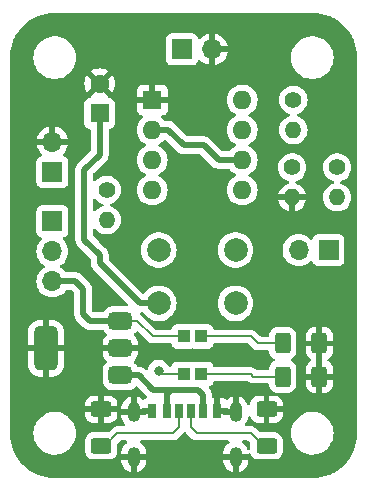
<source format=gtl>
%TF.GenerationSoftware,KiCad,Pcbnew,8.0.4*%
%TF.CreationDate,2024-08-01T01:15:24-04:00*%
%TF.ProjectId,555_toggle-switch_v2,3535355f-746f-4676-976c-652d73776974,rev?*%
%TF.SameCoordinates,Original*%
%TF.FileFunction,Copper,L1,Top*%
%TF.FilePolarity,Positive*%
%FSLAX46Y46*%
G04 Gerber Fmt 4.6, Leading zero omitted, Abs format (unit mm)*
G04 Created by KiCad (PCBNEW 8.0.4) date 2024-08-01 01:15:24*
%MOMM*%
%LPD*%
G01*
G04 APERTURE LIST*
G04 Aperture macros list*
%AMRoundRect*
0 Rectangle with rounded corners*
0 $1 Rounding radius*
0 $2 $3 $4 $5 $6 $7 $8 $9 X,Y pos of 4 corners*
0 Add a 4 corners polygon primitive as box body*
4,1,4,$2,$3,$4,$5,$6,$7,$8,$9,$2,$3,0*
0 Add four circle primitives for the rounded corners*
1,1,$1+$1,$2,$3*
1,1,$1+$1,$4,$5*
1,1,$1+$1,$6,$7*
1,1,$1+$1,$8,$9*
0 Add four rect primitives between the rounded corners*
20,1,$1+$1,$2,$3,$4,$5,0*
20,1,$1+$1,$4,$5,$6,$7,0*
20,1,$1+$1,$6,$7,$8,$9,0*
20,1,$1+$1,$8,$9,$2,$3,0*%
G04 Aperture macros list end*
%TA.AperFunction,SMDPad,CuDef*%
%ADD10RoundRect,0.375000X0.625000X0.375000X-0.625000X0.375000X-0.625000X-0.375000X0.625000X-0.375000X0*%
%TD*%
%TA.AperFunction,SMDPad,CuDef*%
%ADD11RoundRect,0.500000X0.500000X1.400000X-0.500000X1.400000X-0.500000X-1.400000X0.500000X-1.400000X0*%
%TD*%
%TA.AperFunction,ComponentPad*%
%ADD12R,1.600000X1.600000*%
%TD*%
%TA.AperFunction,ComponentPad*%
%ADD13C,1.600000*%
%TD*%
%TA.AperFunction,ComponentPad*%
%ADD14O,1.600000X1.600000*%
%TD*%
%TA.AperFunction,ComponentPad*%
%ADD15C,1.400000*%
%TD*%
%TA.AperFunction,ComponentPad*%
%ADD16O,1.400000X1.400000*%
%TD*%
%TA.AperFunction,SMDPad,CuDef*%
%ADD17RoundRect,0.250000X-0.400000X-0.625000X0.400000X-0.625000X0.400000X0.625000X-0.400000X0.625000X0*%
%TD*%
%TA.AperFunction,ComponentPad*%
%ADD18R,1.700000X1.700000*%
%TD*%
%TA.AperFunction,ComponentPad*%
%ADD19O,1.700000X1.700000*%
%TD*%
%TA.AperFunction,SMDPad,CuDef*%
%ADD20R,0.700000X1.200000*%
%TD*%
%TA.AperFunction,SMDPad,CuDef*%
%ADD21R,0.760000X1.200000*%
%TD*%
%TA.AperFunction,SMDPad,CuDef*%
%ADD22R,0.800000X1.200000*%
%TD*%
%TA.AperFunction,ComponentPad*%
%ADD23O,1.100000X1.700000*%
%TD*%
%TA.AperFunction,SMDPad,CuDef*%
%ADD24R,1.041400X1.117600*%
%TD*%
%TA.AperFunction,SMDPad,CuDef*%
%ADD25RoundRect,0.250000X-0.625000X0.400000X-0.625000X-0.400000X0.625000X-0.400000X0.625000X0.400000X0*%
%TD*%
%TA.AperFunction,ComponentPad*%
%ADD26C,2.000000*%
%TD*%
%TA.AperFunction,ViaPad*%
%ADD27C,0.800000*%
%TD*%
%TA.AperFunction,Conductor*%
%ADD28C,0.500000*%
%TD*%
%TA.AperFunction,Conductor*%
%ADD29C,0.150000*%
%TD*%
%TA.AperFunction,Conductor*%
%ADD30C,0.200000*%
%TD*%
G04 APERTURE END LIST*
D10*
%TO.P,U2,1,VI*%
%TO.N,/VUSB*%
X119150000Y-117300000D03*
%TO.P,U2,2,GND*%
%TO.N,GND*%
X119150000Y-115000000D03*
D11*
X112850000Y-115000000D03*
D10*
%TO.P,U2,3,VO*%
%TO.N,/3V3*%
X119150000Y-112700000D03*
%TD*%
D12*
%TO.P,C2,1*%
%TO.N,Net-(C2-Pad1)*%
X117400000Y-95105113D03*
D13*
%TO.P,C2,2*%
%TO.N,GND*%
X117400000Y-92605113D03*
%TD*%
D12*
%TO.P,U1,1,GND*%
%TO.N,GND*%
X121850000Y-93980000D03*
D14*
%TO.P,U1,2,TR*%
%TO.N,Net-(U1-THR)*%
X121850000Y-96520000D03*
%TO.P,U1,3,Q*%
%TO.N,Net-(J3-Pin_1)*%
X121850000Y-99060000D03*
%TO.P,U1,4,R*%
%TO.N,VCC*%
X121850000Y-101600000D03*
%TO.P,U1,5,CV*%
%TO.N,unconnected-(U1-CV-Pad5)*%
X129470000Y-101600000D03*
%TO.P,U1,6,THR*%
%TO.N,Net-(U1-THR)*%
X129470000Y-99060000D03*
%TO.P,U1,7,DIS*%
%TO.N,Net-(U1-DIS)*%
X129470000Y-96520000D03*
%TO.P,U1,8,VCC*%
%TO.N,VCC*%
X129470000Y-93980000D03*
%TD*%
D15*
%TO.P,R4,1*%
%TO.N,Net-(U1-DIS)*%
X137500000Y-99680000D03*
D16*
%TO.P,R4,2*%
%TO.N,Net-(C2-Pad1)*%
X137500000Y-102220000D03*
%TD*%
D17*
%TO.P,R5,2*%
%TO.N,GND*%
X136000000Y-117400000D03*
%TO.P,R5,1*%
%TO.N,Net-(LED1-GND-Pad4)*%
X132900000Y-117400000D03*
%TD*%
D18*
%TO.P,J1,1,Pin_1*%
%TO.N,/VBAT*%
X113400000Y-100075000D03*
D19*
%TO.P,J1,2,Pin_2*%
%TO.N,GND*%
X113400000Y-97535000D03*
%TD*%
D20*
%TO.P,USB,A5,CC1*%
%TO.N,Net-(J4-CC1)*%
X124105000Y-120320000D03*
D21*
%TO.P,USB,A9,VBUS*%
%TO.N,/VUSB*%
X126125000Y-120320000D03*
D22*
%TO.P,USB,A12,GND*%
%TO.N,GND*%
X127355000Y-120320000D03*
D20*
%TO.P,USB,B5,CC2*%
%TO.N,Net-(J4-CC2)*%
X125105000Y-120320000D03*
D21*
%TO.P,USB,B9,VBUS*%
%TO.N,/VUSB*%
X123085000Y-120320000D03*
D22*
%TO.P,USB,B12,GND*%
%TO.N,GND*%
X121855000Y-120320000D03*
D23*
%TO.P,USB,S1,SHIELD*%
X120285000Y-124200000D03*
%TO.P,USB,S2,SHIELD*%
X128925000Y-124200000D03*
%TO.P,USB,S3,SHIELD*%
X120285000Y-120400000D03*
%TO.P,USB,S4,SHIELD*%
X128925000Y-120400000D03*
%TD*%
D24*
%TO.P,LED1,4,GND*%
%TO.N,Net-(LED1-GND-Pad4)*%
X126000000Y-117200400D03*
%TO.P,LED1,3,GRN*%
%TO.N,VCC*%
X124499998Y-117200400D03*
%TO.P,LED1,2,RED*%
%TO.N,/3V3*%
X124499998Y-114000000D03*
%TO.P,LED1,1,GND*%
%TO.N,Net-(LED1-GND-Pad1)*%
X126000000Y-114000000D03*
%TD*%
D25*
%TO.P,R8,1*%
%TO.N,GND*%
X117525000Y-120170000D03*
%TO.P,R8,2*%
%TO.N,Net-(J4-CC1)*%
X117525000Y-123270000D03*
%TD*%
D18*
%TO.P,SW2,1,A*%
%TO.N,/VBAT*%
X113400000Y-104260000D03*
D19*
%TO.P,SW2,2,B*%
%TO.N,VCC*%
X113400000Y-106800000D03*
%TO.P,SW2,3,C*%
%TO.N,/3V3*%
X113400000Y-109340000D03*
%TD*%
D17*
%TO.P,R6,2*%
%TO.N,GND*%
X136000000Y-114600000D03*
%TO.P,R6,1*%
%TO.N,Net-(LED1-GND-Pad1)*%
X132900000Y-114600000D03*
%TD*%
D25*
%TO.P,R9,1*%
%TO.N,GND*%
X131525000Y-120170000D03*
%TO.P,R9,2*%
%TO.N,Net-(J4-CC2)*%
X131525000Y-123270000D03*
%TD*%
D15*
%TO.P,R1,1*%
%TO.N,Net-(U1-THR)*%
X133700000Y-99680000D03*
D16*
%TO.P,R1,2*%
%TO.N,GND*%
X133700000Y-102220000D03*
%TD*%
D15*
%TO.P,R2,1*%
%TO.N,VCC*%
X133800000Y-93980000D03*
D16*
%TO.P,R2,2*%
%TO.N,Net-(U1-DIS)*%
X133800000Y-96520000D03*
%TD*%
D19*
%TO.P,J3,2,Pin_2*%
%TO.N,GND*%
X126915000Y-89700000D03*
D18*
%TO.P,J3,1,Pin_1*%
%TO.N,Net-(J3-Pin_1)*%
X124375000Y-89700000D03*
%TD*%
%TO.P,SW3,1,1*%
%TO.N,Net-(C2-Pad1)*%
X136775000Y-106700000D03*
D19*
%TO.P,SW3,2,2*%
%TO.N,Net-(U1-THR)*%
X134235000Y-106700000D03*
%TD*%
D15*
%TO.P,R3,1*%
%TO.N,VCC*%
X118000000Y-101600000D03*
D16*
%TO.P,R3,2*%
%TO.N,Net-(U1-THR)*%
X118000000Y-104140000D03*
%TD*%
D26*
%TO.P,SW1,1,1*%
%TO.N,Net-(U1-THR)*%
X122400000Y-106700000D03*
X128900000Y-106700000D03*
%TO.P,SW1,2,2*%
%TO.N,Net-(C2-Pad1)*%
X122400000Y-111200000D03*
X128900000Y-111200000D03*
%TD*%
D27*
%TO.N,VCC*%
X122400000Y-116900000D03*
%TD*%
D28*
%TO.N,Net-(C2-Pad1)*%
X117400000Y-107100000D02*
X117400000Y-107800000D01*
X120800000Y-111200000D02*
X122400000Y-111200000D01*
X116100000Y-105800000D02*
X117400000Y-107100000D01*
X116100000Y-99900000D02*
X116100000Y-105800000D01*
X117400000Y-98600000D02*
X116100000Y-99900000D01*
X117400000Y-95105113D02*
X117400000Y-98600000D01*
X117400000Y-107800000D02*
X120800000Y-111200000D01*
%TO.N,Net-(U1-THR)*%
X126200000Y-97800000D02*
X127460000Y-99060000D01*
X124500000Y-97800000D02*
X126200000Y-97800000D01*
X127460000Y-99060000D02*
X129470000Y-99060000D01*
X123220000Y-96520000D02*
X124500000Y-97800000D01*
X121850000Y-96520000D02*
X123220000Y-96520000D01*
D29*
%TO.N,VCC*%
X122400000Y-116900000D02*
X122700400Y-117200400D01*
X122700400Y-117200400D02*
X124499998Y-117200400D01*
%TO.N,Net-(LED1-GND-Pad4)*%
X130400000Y-117400000D02*
X132900000Y-117400000D01*
X130200400Y-117200400D02*
X130400000Y-117400000D01*
X126000000Y-117200400D02*
X130200400Y-117200400D01*
%TO.N,Net-(LED1-GND-Pad1)*%
X130200000Y-114000000D02*
X130800000Y-114600000D01*
X126000000Y-114000000D02*
X130200000Y-114000000D01*
X130800000Y-114600000D02*
X132900000Y-114600000D01*
%TO.N,/3V3*%
X120600000Y-112700000D02*
X119150000Y-112700000D01*
X121900000Y-114000000D02*
X120600000Y-112700000D01*
X124499998Y-114000000D02*
X121900000Y-114000000D01*
D28*
X116000000Y-110000000D02*
X116000000Y-112100000D01*
X116600000Y-112700000D02*
X119150000Y-112700000D01*
X115340000Y-109340000D02*
X116000000Y-110000000D01*
X113400000Y-109340000D02*
X115340000Y-109340000D01*
X116000000Y-112100000D02*
X116600000Y-112700000D01*
%TO.N,/VUSB*%
X121900000Y-118500000D02*
X123500000Y-118500000D01*
X120700000Y-117300000D02*
X121900000Y-118500000D01*
X119150000Y-117300000D02*
X120700000Y-117300000D01*
X123085000Y-119315000D02*
X123085000Y-120320000D01*
X123100000Y-119300000D02*
X123085000Y-119315000D01*
X123500000Y-118500000D02*
X123100000Y-118900000D01*
X123100000Y-118900000D02*
X123100000Y-119300000D01*
X125700000Y-118500000D02*
X123500000Y-118500000D01*
X126125000Y-120320000D02*
X126125000Y-118925000D01*
X126125000Y-118925000D02*
X125700000Y-118500000D01*
D30*
%TO.N,Net-(J4-CC2)*%
X130200000Y-122200000D02*
X131270000Y-123270000D01*
X131270000Y-123270000D02*
X131525000Y-123270000D01*
X125105000Y-121705000D02*
X125600000Y-122200000D01*
X125600000Y-122200000D02*
X130200000Y-122200000D01*
X125105000Y-120320000D02*
X125105000Y-121705000D01*
%TO.N,Net-(J4-CC1)*%
X123600000Y-122200000D02*
X124105000Y-121695000D01*
X124105000Y-121695000D02*
X124105000Y-120320000D01*
X117830000Y-123270000D02*
X118900000Y-122200000D01*
X117525000Y-123270000D02*
X117830000Y-123270000D01*
X118900000Y-122200000D02*
X123600000Y-122200000D01*
%TD*%
%TA.AperFunction,Conductor*%
%TO.N,GND*%
G36*
X122048039Y-120089685D02*
G01*
X122093794Y-120142489D01*
X122105000Y-120194000D01*
X122105000Y-120446000D01*
X122085315Y-120513039D01*
X122032511Y-120558794D01*
X121981000Y-120570000D01*
X121378000Y-120570000D01*
X121359709Y-120588290D01*
X121358315Y-120593039D01*
X121305511Y-120638794D01*
X121254000Y-120650000D01*
X120585000Y-120650000D01*
X120585000Y-120150000D01*
X120912000Y-120150000D01*
X120930290Y-120131709D01*
X120931685Y-120126961D01*
X120984489Y-120081206D01*
X121036000Y-120070000D01*
X121981000Y-120070000D01*
X122048039Y-120089685D01*
G37*
%TD.AperFunction*%
%TA.AperFunction,Conductor*%
G36*
X135403032Y-86600649D02*
G01*
X135467797Y-86603830D01*
X135766338Y-86618497D01*
X135778440Y-86619689D01*
X136135230Y-86672613D01*
X136147140Y-86674982D01*
X136497046Y-86762629D01*
X136508663Y-86766154D01*
X136848275Y-86887669D01*
X136859497Y-86892317D01*
X137185582Y-87046543D01*
X137196290Y-87052267D01*
X137384308Y-87164961D01*
X137505659Y-87237696D01*
X137515777Y-87244456D01*
X137805488Y-87459321D01*
X137814894Y-87467041D01*
X138082146Y-87709264D01*
X138090735Y-87717853D01*
X138294324Y-87942479D01*
X138332958Y-87985105D01*
X138340678Y-87994511D01*
X138555543Y-88284222D01*
X138562303Y-88294340D01*
X138747725Y-88603697D01*
X138753460Y-88614425D01*
X138812662Y-88739598D01*
X138907679Y-88940495D01*
X138912334Y-88951734D01*
X139013357Y-89234075D01*
X139033840Y-89291319D01*
X139037373Y-89302964D01*
X139125014Y-89652846D01*
X139127388Y-89664782D01*
X139180309Y-90021555D01*
X139181502Y-90033664D01*
X139199351Y-90396967D01*
X139199500Y-90403052D01*
X139199500Y-122196947D01*
X139199351Y-122203032D01*
X139181502Y-122566335D01*
X139180309Y-122578444D01*
X139127388Y-122935217D01*
X139125014Y-122947153D01*
X139037373Y-123297035D01*
X139033840Y-123308680D01*
X138912335Y-123648262D01*
X138907679Y-123659504D01*
X138753462Y-123985570D01*
X138747725Y-123996302D01*
X138562303Y-124305659D01*
X138555543Y-124315777D01*
X138340678Y-124605488D01*
X138332958Y-124614894D01*
X138090743Y-124882138D01*
X138082138Y-124890743D01*
X137814894Y-125132958D01*
X137805488Y-125140678D01*
X137515777Y-125355543D01*
X137505659Y-125362303D01*
X137196302Y-125547725D01*
X137185570Y-125553462D01*
X136859504Y-125707679D01*
X136848262Y-125712335D01*
X136508680Y-125833840D01*
X136497035Y-125837373D01*
X136147153Y-125925014D01*
X136135217Y-125927388D01*
X135778444Y-125980309D01*
X135766335Y-125981502D01*
X135403033Y-125999351D01*
X135396948Y-125999500D01*
X113603052Y-125999500D01*
X113596967Y-125999351D01*
X113233664Y-125981502D01*
X113221555Y-125980309D01*
X112864782Y-125927388D01*
X112852846Y-125925014D01*
X112502964Y-125837373D01*
X112491323Y-125833841D01*
X112151734Y-125712334D01*
X112140495Y-125707679D01*
X111814429Y-125553462D01*
X111803702Y-125547727D01*
X111494340Y-125362303D01*
X111484222Y-125355543D01*
X111194511Y-125140678D01*
X111185105Y-125132958D01*
X111035493Y-124997358D01*
X110917853Y-124890735D01*
X110909264Y-124882146D01*
X110676622Y-124625465D01*
X110667041Y-124614894D01*
X110659321Y-124605488D01*
X110522124Y-124420500D01*
X110444454Y-124315774D01*
X110437696Y-124305659D01*
X110252267Y-123996290D01*
X110246543Y-123985582D01*
X110092317Y-123659497D01*
X110087669Y-123648275D01*
X109966154Y-123308663D01*
X109962629Y-123297046D01*
X109874982Y-122947140D01*
X109872613Y-122935230D01*
X109819689Y-122578440D01*
X109818497Y-122566334D01*
X109818112Y-122558507D01*
X109800649Y-122203031D01*
X109800575Y-122199995D01*
X111794451Y-122199995D01*
X111794451Y-122200004D01*
X111814616Y-122469101D01*
X111874664Y-122732188D01*
X111874666Y-122732195D01*
X111969564Y-122973990D01*
X111973257Y-122983398D01*
X112108185Y-123217102D01*
X112231405Y-123371614D01*
X112276442Y-123428089D01*
X112393265Y-123536484D01*
X112474259Y-123611635D01*
X112697226Y-123763651D01*
X112940359Y-123880738D01*
X113198228Y-123960280D01*
X113198229Y-123960280D01*
X113198232Y-123960281D01*
X113465063Y-124000499D01*
X113465068Y-124000499D01*
X113465071Y-124000500D01*
X113465072Y-124000500D01*
X113734928Y-124000500D01*
X113734929Y-124000500D01*
X113762781Y-123996302D01*
X114001767Y-123960281D01*
X114001768Y-123960280D01*
X114001772Y-123960280D01*
X114259641Y-123880738D01*
X114502775Y-123763651D01*
X114725741Y-123611635D01*
X114923561Y-123428085D01*
X115091815Y-123217102D01*
X115226743Y-122983398D01*
X115325334Y-122732195D01*
X115385383Y-122469103D01*
X115405549Y-122200000D01*
X115405320Y-122196947D01*
X115385383Y-121930898D01*
X115343086Y-121745583D01*
X115325334Y-121667805D01*
X115226743Y-121416602D01*
X115091815Y-121182898D01*
X114923561Y-120971915D01*
X114923560Y-120971914D01*
X114923557Y-120971910D01*
X114725741Y-120788365D01*
X114694783Y-120767258D01*
X114502775Y-120636349D01*
X114502769Y-120636346D01*
X114502768Y-120636345D01*
X114502767Y-120636344D01*
X114468799Y-120619986D01*
X116150001Y-120619986D01*
X116160494Y-120722697D01*
X116215641Y-120889119D01*
X116215643Y-120889124D01*
X116307684Y-121038345D01*
X116431654Y-121162315D01*
X116580875Y-121254356D01*
X116580880Y-121254358D01*
X116747302Y-121309505D01*
X116747309Y-121309506D01*
X116850019Y-121319999D01*
X117274999Y-121319999D01*
X117775000Y-121319999D01*
X118199972Y-121319999D01*
X118199986Y-121319998D01*
X118302697Y-121309505D01*
X118469119Y-121254358D01*
X118469124Y-121254356D01*
X118618345Y-121162315D01*
X118742315Y-121038345D01*
X118834356Y-120889124D01*
X118834358Y-120889119D01*
X118889505Y-120722697D01*
X118889506Y-120722690D01*
X118899999Y-120619986D01*
X118900000Y-120619973D01*
X118900000Y-120420000D01*
X117775000Y-120420000D01*
X117775000Y-121319999D01*
X117274999Y-121319999D01*
X117275000Y-121319998D01*
X117275000Y-120420000D01*
X116150001Y-120420000D01*
X116150001Y-120619986D01*
X114468799Y-120619986D01*
X114259643Y-120519263D01*
X114259645Y-120519263D01*
X114001773Y-120439720D01*
X114001767Y-120439718D01*
X113734936Y-120399500D01*
X113734929Y-120399500D01*
X113465071Y-120399500D01*
X113465063Y-120399500D01*
X113198232Y-120439718D01*
X113198226Y-120439720D01*
X112940358Y-120519262D01*
X112697230Y-120636346D01*
X112474258Y-120788365D01*
X112276442Y-120971910D01*
X112108185Y-121182898D01*
X111973258Y-121416599D01*
X111973256Y-121416603D01*
X111874666Y-121667804D01*
X111874664Y-121667811D01*
X111814616Y-121930898D01*
X111794451Y-122199995D01*
X109800575Y-122199995D01*
X109800500Y-122196947D01*
X109800500Y-119720013D01*
X116150000Y-119720013D01*
X116150000Y-119920000D01*
X117275000Y-119920000D01*
X117775000Y-119920000D01*
X118899999Y-119920000D01*
X118899999Y-119720028D01*
X118899998Y-119720013D01*
X118889505Y-119617302D01*
X118834358Y-119450880D01*
X118834356Y-119450875D01*
X118742315Y-119301654D01*
X118618345Y-119177684D01*
X118469124Y-119085643D01*
X118469119Y-119085641D01*
X118302697Y-119030494D01*
X118302690Y-119030493D01*
X118199986Y-119020000D01*
X117775000Y-119020000D01*
X117775000Y-119920000D01*
X117275000Y-119920000D01*
X117275000Y-119020000D01*
X116850028Y-119020000D01*
X116850012Y-119020001D01*
X116747302Y-119030494D01*
X116580880Y-119085641D01*
X116580875Y-119085643D01*
X116431654Y-119177684D01*
X116307684Y-119301654D01*
X116215643Y-119450875D01*
X116215641Y-119450880D01*
X116160494Y-119617302D01*
X116160493Y-119617309D01*
X116150000Y-119720013D01*
X109800500Y-119720013D01*
X109800500Y-116458000D01*
X111350000Y-116458000D01*
X111360608Y-116577325D01*
X111360609Y-116577328D01*
X111416557Y-116772861D01*
X111510721Y-116953129D01*
X111639246Y-117110753D01*
X111796870Y-117239278D01*
X111977138Y-117333442D01*
X112172671Y-117389390D01*
X112172674Y-117389391D01*
X112291999Y-117399999D01*
X112292002Y-117400000D01*
X112600000Y-117400000D01*
X113100000Y-117400000D01*
X113407998Y-117400000D01*
X113408000Y-117399999D01*
X113527325Y-117389391D01*
X113527328Y-117389390D01*
X113722861Y-117333442D01*
X113903129Y-117239278D01*
X114060753Y-117110753D01*
X114189278Y-116953129D01*
X114283442Y-116772861D01*
X114339390Y-116577328D01*
X114339391Y-116577325D01*
X114349999Y-116458000D01*
X114350000Y-116457998D01*
X114350000Y-115250000D01*
X113100000Y-115250000D01*
X113100000Y-117400000D01*
X112600000Y-117400000D01*
X112600000Y-115250000D01*
X111350000Y-115250000D01*
X111350000Y-116458000D01*
X109800500Y-116458000D01*
X109800500Y-113541999D01*
X111350000Y-113541999D01*
X111350000Y-114750000D01*
X112600000Y-114750000D01*
X113100000Y-114750000D01*
X114350000Y-114750000D01*
X114350000Y-113542002D01*
X114349999Y-113541999D01*
X114339391Y-113422674D01*
X114339390Y-113422671D01*
X114283442Y-113227138D01*
X114189278Y-113046870D01*
X114060753Y-112889246D01*
X113903129Y-112760721D01*
X113722861Y-112666557D01*
X113527328Y-112610609D01*
X113527325Y-112610608D01*
X113408000Y-112600000D01*
X113100000Y-112600000D01*
X113100000Y-114750000D01*
X112600000Y-114750000D01*
X112600000Y-112600000D01*
X112291999Y-112600000D01*
X112172674Y-112610608D01*
X112172671Y-112610609D01*
X111977138Y-112666557D01*
X111796870Y-112760721D01*
X111639246Y-112889246D01*
X111510721Y-113046870D01*
X111416557Y-113227138D01*
X111360609Y-113422671D01*
X111360608Y-113422674D01*
X111350000Y-113541999D01*
X109800500Y-113541999D01*
X109800500Y-106799999D01*
X112044341Y-106799999D01*
X112044341Y-106800000D01*
X112064936Y-107035403D01*
X112064938Y-107035413D01*
X112126094Y-107263655D01*
X112126096Y-107263659D01*
X112126097Y-107263663D01*
X112163868Y-107344663D01*
X112225965Y-107477830D01*
X112225967Y-107477834D01*
X112361501Y-107671395D01*
X112361506Y-107671402D01*
X112528597Y-107838493D01*
X112528603Y-107838498D01*
X112714158Y-107968425D01*
X112757783Y-108023002D01*
X112764977Y-108092500D01*
X112733454Y-108154855D01*
X112714158Y-108171575D01*
X112528597Y-108301505D01*
X112361505Y-108468597D01*
X112225965Y-108662169D01*
X112225964Y-108662171D01*
X112126098Y-108876335D01*
X112126094Y-108876344D01*
X112064938Y-109104586D01*
X112064936Y-109104596D01*
X112044341Y-109339999D01*
X112044341Y-109340000D01*
X112064936Y-109575403D01*
X112064938Y-109575413D01*
X112126094Y-109803655D01*
X112126096Y-109803659D01*
X112126097Y-109803663D01*
X112134262Y-109821172D01*
X112225965Y-110017830D01*
X112225967Y-110017834D01*
X112302280Y-110126819D01*
X112361505Y-110211401D01*
X112528599Y-110378495D01*
X112618864Y-110441699D01*
X112722165Y-110514032D01*
X112722167Y-110514033D01*
X112722170Y-110514035D01*
X112936337Y-110613903D01*
X113164592Y-110675063D01*
X113352918Y-110691539D01*
X113399999Y-110695659D01*
X113400000Y-110695659D01*
X113400001Y-110695659D01*
X113439234Y-110692226D01*
X113635408Y-110675063D01*
X113863663Y-110613903D01*
X114077830Y-110514035D01*
X114271401Y-110378495D01*
X114438495Y-110211401D01*
X114486127Y-110143376D01*
X114540704Y-110099751D01*
X114587701Y-110090500D01*
X114977770Y-110090500D01*
X115044809Y-110110185D01*
X115065451Y-110126819D01*
X115213181Y-110274549D01*
X115246666Y-110335872D01*
X115249500Y-110362230D01*
X115249500Y-112173918D01*
X115249500Y-112173920D01*
X115249499Y-112173920D01*
X115278340Y-112318907D01*
X115278343Y-112318917D01*
X115334913Y-112455490D01*
X115334914Y-112455492D01*
X115338244Y-112460475D01*
X115338244Y-112460477D01*
X115417046Y-112578414D01*
X115417052Y-112578421D01*
X116017049Y-113178416D01*
X116073633Y-113235000D01*
X116121585Y-113282952D01*
X116244498Y-113365080D01*
X116244511Y-113365087D01*
X116340424Y-113404815D01*
X116381087Y-113421658D01*
X116381091Y-113421658D01*
X116381092Y-113421659D01*
X116526079Y-113450500D01*
X116526082Y-113450500D01*
X116673917Y-113450500D01*
X117657058Y-113450500D01*
X117724097Y-113470185D01*
X117768146Y-113519406D01*
X117782969Y-113549295D01*
X117902277Y-113697721D01*
X117902278Y-113697722D01*
X117971884Y-113753673D01*
X118011803Y-113811016D01*
X118014383Y-113880838D01*
X117978804Y-113940971D01*
X117971885Y-113946967D01*
X117902631Y-114002635D01*
X117783392Y-114150974D01*
X117783390Y-114150977D01*
X117698831Y-114321476D01*
X117652897Y-114506175D01*
X117650000Y-114548903D01*
X117650000Y-114750000D01*
X120650000Y-114750000D01*
X120650000Y-114548903D01*
X120647102Y-114506175D01*
X120601168Y-114321476D01*
X120516609Y-114150977D01*
X120516607Y-114150974D01*
X120397367Y-114002633D01*
X120397366Y-114002632D01*
X120328115Y-113946967D01*
X120288196Y-113889624D01*
X120285616Y-113819802D01*
X120321194Y-113759669D01*
X120328089Y-113753694D01*
X120397722Y-113697722D01*
X120483193Y-113591390D01*
X120540534Y-113551474D01*
X120610356Y-113548894D01*
X120667519Y-113581399D01*
X121439485Y-114353365D01*
X121546635Y-114460515D01*
X121677865Y-114536281D01*
X121824234Y-114575500D01*
X123365641Y-114575500D01*
X123432680Y-114595185D01*
X123478435Y-114647989D01*
X123482246Y-114659108D01*
X123482496Y-114659015D01*
X123535500Y-114801128D01*
X123535504Y-114801135D01*
X123621750Y-114916344D01*
X123621753Y-114916347D01*
X123736962Y-115002593D01*
X123736969Y-115002597D01*
X123871815Y-115052891D01*
X123871814Y-115052891D01*
X123878742Y-115053635D01*
X123931425Y-115059300D01*
X125068570Y-115059299D01*
X125128181Y-115052891D01*
X125206665Y-115023618D01*
X125276356Y-115018633D01*
X125293322Y-115023613D01*
X125371817Y-115052891D01*
X125431427Y-115059300D01*
X126568572Y-115059299D01*
X126628183Y-115052891D01*
X126763031Y-115002596D01*
X126878246Y-114916346D01*
X126964496Y-114801131D01*
X127014791Y-114666283D01*
X127014790Y-114666283D01*
X127017502Y-114659015D01*
X127019971Y-114659936D01*
X127048255Y-114610268D01*
X127110166Y-114577883D01*
X127134357Y-114575500D01*
X129910258Y-114575500D01*
X129977297Y-114595185D01*
X129997939Y-114611819D01*
X130446635Y-115060515D01*
X130577865Y-115136281D01*
X130724233Y-115175500D01*
X130724234Y-115175500D01*
X131627357Y-115175500D01*
X131694396Y-115195185D01*
X131740151Y-115247989D01*
X131750715Y-115286898D01*
X131760001Y-115377797D01*
X131760001Y-115377799D01*
X131815115Y-115544119D01*
X131815186Y-115544334D01*
X131907288Y-115693656D01*
X132031344Y-115817712D01*
X132155775Y-115894461D01*
X132202499Y-115946409D01*
X132213722Y-116015372D01*
X132185878Y-116079454D01*
X132155775Y-116105538D01*
X132139056Y-116115851D01*
X132031342Y-116182289D01*
X131907289Y-116306342D01*
X131815187Y-116455663D01*
X131815185Y-116455668D01*
X131790615Y-116529815D01*
X131765631Y-116605215D01*
X131760001Y-116622204D01*
X131760000Y-116622205D01*
X131750714Y-116713103D01*
X131724317Y-116777795D01*
X131667136Y-116817946D01*
X131627356Y-116824500D01*
X130689742Y-116824500D01*
X130622703Y-116804815D01*
X130602061Y-116788181D01*
X130553767Y-116739887D01*
X130553765Y-116739885D01*
X130488150Y-116702002D01*
X130422536Y-116664119D01*
X130349350Y-116644509D01*
X130276166Y-116624900D01*
X130276165Y-116624900D01*
X127134357Y-116624900D01*
X127067318Y-116605215D01*
X127021563Y-116552411D01*
X127017751Y-116541291D01*
X127017502Y-116541385D01*
X126964497Y-116399271D01*
X126964493Y-116399264D01*
X126878247Y-116284055D01*
X126878244Y-116284052D01*
X126763035Y-116197806D01*
X126763028Y-116197802D01*
X126628182Y-116147508D01*
X126628183Y-116147508D01*
X126568583Y-116141101D01*
X126568581Y-116141100D01*
X126568573Y-116141100D01*
X126568564Y-116141100D01*
X125431429Y-116141100D01*
X125431423Y-116141101D01*
X125371815Y-116147509D01*
X125293331Y-116176781D01*
X125223639Y-116181765D01*
X125206667Y-116176781D01*
X125128183Y-116147509D01*
X125128181Y-116147508D01*
X125068581Y-116141101D01*
X125068579Y-116141100D01*
X125068571Y-116141100D01*
X125068562Y-116141100D01*
X123931427Y-116141100D01*
X123931421Y-116141101D01*
X123871814Y-116147508D01*
X123736969Y-116197802D01*
X123736962Y-116197806D01*
X123621753Y-116284052D01*
X123621750Y-116284055D01*
X123535504Y-116399264D01*
X123535500Y-116399271D01*
X123482496Y-116541385D01*
X123480026Y-116540463D01*
X123451743Y-116590132D01*
X123389832Y-116622517D01*
X123365641Y-116624900D01*
X123347548Y-116624900D01*
X123280509Y-116605215D01*
X123234754Y-116552411D01*
X123229617Y-116539219D01*
X123227180Y-116531719D01*
X123227179Y-116531718D01*
X123227179Y-116531716D01*
X123132533Y-116367784D01*
X123005871Y-116227112D01*
X122965532Y-116197804D01*
X122852734Y-116115851D01*
X122852729Y-116115848D01*
X122679807Y-116038857D01*
X122679802Y-116038855D01*
X122534001Y-116007865D01*
X122494646Y-115999500D01*
X122305354Y-115999500D01*
X122272897Y-116006398D01*
X122120197Y-116038855D01*
X122120192Y-116038857D01*
X121947270Y-116115848D01*
X121947265Y-116115851D01*
X121794129Y-116227111D01*
X121667466Y-116367785D01*
X121572821Y-116531715D01*
X121572818Y-116531722D01*
X121514326Y-116711742D01*
X121514325Y-116711746D01*
X121509047Y-116761961D01*
X121482462Y-116826575D01*
X121425164Y-116866559D01*
X121355345Y-116869217D01*
X121298046Y-116836678D01*
X121178413Y-116717045D01*
X121130886Y-116685290D01*
X121099200Y-116664119D01*
X121055495Y-116634916D01*
X121055494Y-116634915D01*
X121055492Y-116634914D01*
X121055490Y-116634913D01*
X120918917Y-116578343D01*
X120918907Y-116578340D01*
X120773920Y-116549500D01*
X120773918Y-116549500D01*
X120642942Y-116549500D01*
X120575903Y-116529815D01*
X120531854Y-116480594D01*
X120517030Y-116450704D01*
X120397724Y-116302280D01*
X120397722Y-116302278D01*
X120328112Y-116246324D01*
X120288196Y-116188985D01*
X120285616Y-116119163D01*
X120321194Y-116059030D01*
X120328115Y-116053033D01*
X120397366Y-115997367D01*
X120397367Y-115997366D01*
X120516607Y-115849025D01*
X120516609Y-115849022D01*
X120601168Y-115678523D01*
X120647102Y-115493824D01*
X120650000Y-115451096D01*
X120650000Y-115250000D01*
X117650000Y-115250000D01*
X117650000Y-115451096D01*
X117652897Y-115493824D01*
X117698831Y-115678523D01*
X117783390Y-115849022D01*
X117783392Y-115849025D01*
X117902630Y-115997364D01*
X117971884Y-116053031D01*
X118011803Y-116110375D01*
X118014383Y-116180197D01*
X117978805Y-116240329D01*
X117971885Y-116246326D01*
X117924949Y-116284055D01*
X117902276Y-116302280D01*
X117782969Y-116450704D01*
X117782967Y-116450707D01*
X117698360Y-116621302D01*
X117652400Y-116806107D01*
X117649500Y-116848879D01*
X117649500Y-117751122D01*
X117649501Y-117751125D01*
X117652399Y-117793886D01*
X117652399Y-117793887D01*
X117698360Y-117978696D01*
X117782967Y-118149292D01*
X117782969Y-118149295D01*
X117902277Y-118297721D01*
X117902278Y-118297722D01*
X118050704Y-118417030D01*
X118050707Y-118417032D01*
X118221302Y-118501639D01*
X118221303Y-118501639D01*
X118221307Y-118501641D01*
X118406111Y-118547600D01*
X118448877Y-118550500D01*
X119851122Y-118550499D01*
X119893889Y-118547600D01*
X120078693Y-118501641D01*
X120249296Y-118417030D01*
X120397722Y-118297722D01*
X120417467Y-118273157D01*
X120474808Y-118233239D01*
X120544630Y-118230658D01*
X120601795Y-118263163D01*
X121369538Y-119030906D01*
X121403023Y-119092229D01*
X121398039Y-119161921D01*
X121356167Y-119217854D01*
X121325190Y-119234769D01*
X121212913Y-119276645D01*
X121212910Y-119276647D01*
X121146611Y-119326279D01*
X121081147Y-119350696D01*
X121012874Y-119335844D01*
X120984619Y-119314693D01*
X120954339Y-119284413D01*
X120954335Y-119284410D01*
X120782368Y-119169505D01*
X120782358Y-119169500D01*
X120591272Y-119090349D01*
X120591267Y-119090347D01*
X120535000Y-119079155D01*
X120535000Y-119933011D01*
X120525060Y-119915795D01*
X120469205Y-119859940D01*
X120400796Y-119820444D01*
X120324496Y-119800000D01*
X120245504Y-119800000D01*
X120169204Y-119820444D01*
X120100795Y-119859940D01*
X120044940Y-119915795D01*
X120035000Y-119933011D01*
X120035000Y-119079156D01*
X120034999Y-119079155D01*
X119978732Y-119090347D01*
X119978727Y-119090349D01*
X119787641Y-119169500D01*
X119787631Y-119169505D01*
X119615664Y-119284410D01*
X119615660Y-119284413D01*
X119469413Y-119430660D01*
X119469410Y-119430664D01*
X119354505Y-119602631D01*
X119354500Y-119602641D01*
X119275350Y-119793725D01*
X119275348Y-119793733D01*
X119235000Y-119996579D01*
X119235000Y-120150000D01*
X119985000Y-120150000D01*
X119985000Y-120650000D01*
X119235000Y-120650000D01*
X119235000Y-120803420D01*
X119275348Y-121006266D01*
X119275350Y-121006274D01*
X119354500Y-121197358D01*
X119354505Y-121197368D01*
X119469410Y-121369335D01*
X119469413Y-121369339D01*
X119487893Y-121387819D01*
X119521378Y-121449142D01*
X119516394Y-121518834D01*
X119474522Y-121574767D01*
X119409058Y-121599184D01*
X119400212Y-121599500D01*
X118986670Y-121599500D01*
X118986654Y-121599499D01*
X118979058Y-121599499D01*
X118820943Y-121599499D01*
X118744579Y-121619961D01*
X118668214Y-121640423D01*
X118668209Y-121640426D01*
X118531290Y-121719475D01*
X118531282Y-121719481D01*
X118167582Y-122083181D01*
X118106259Y-122116666D01*
X118079901Y-122119500D01*
X116849998Y-122119500D01*
X116849981Y-122119501D01*
X116747203Y-122130000D01*
X116747200Y-122130001D01*
X116580668Y-122185185D01*
X116580663Y-122185187D01*
X116431342Y-122277289D01*
X116307289Y-122401342D01*
X116215187Y-122550663D01*
X116215185Y-122550668D01*
X116209994Y-122566334D01*
X116160001Y-122717203D01*
X116160001Y-122717204D01*
X116160000Y-122717204D01*
X116149500Y-122819983D01*
X116149500Y-123720001D01*
X116149501Y-123720019D01*
X116160000Y-123822796D01*
X116160001Y-123822799D01*
X116215185Y-123989331D01*
X116215187Y-123989336D01*
X116222073Y-124000500D01*
X116307288Y-124138656D01*
X116431344Y-124262712D01*
X116580666Y-124354814D01*
X116747203Y-124409999D01*
X116849991Y-124420500D01*
X118200008Y-124420499D01*
X118302797Y-124409999D01*
X118469334Y-124354814D01*
X118618656Y-124262712D01*
X118742712Y-124138656D01*
X118834814Y-123989334D01*
X118889999Y-123822797D01*
X118900500Y-123720009D01*
X118900499Y-123100097D01*
X118920183Y-123033059D01*
X118936818Y-123012417D01*
X119112417Y-122836819D01*
X119173740Y-122803334D01*
X119200098Y-122800500D01*
X119631793Y-122800500D01*
X119698832Y-122820185D01*
X119744587Y-122872989D01*
X119754531Y-122942147D01*
X119725506Y-123005703D01*
X119700684Y-123027602D01*
X119615664Y-123084410D01*
X119615660Y-123084413D01*
X119469413Y-123230660D01*
X119469410Y-123230664D01*
X119354505Y-123402631D01*
X119354500Y-123402641D01*
X119275350Y-123593725D01*
X119275348Y-123593733D01*
X119235000Y-123796579D01*
X119235000Y-123950000D01*
X119985000Y-123950000D01*
X119985000Y-124450000D01*
X119235000Y-124450000D01*
X119235000Y-124603420D01*
X119275348Y-124806266D01*
X119275350Y-124806274D01*
X119354500Y-124997358D01*
X119354505Y-124997368D01*
X119469410Y-125169335D01*
X119469413Y-125169339D01*
X119615660Y-125315586D01*
X119615664Y-125315589D01*
X119787631Y-125430494D01*
X119787641Y-125430499D01*
X119978723Y-125509648D01*
X119978725Y-125509649D01*
X120035000Y-125520842D01*
X120035000Y-124666988D01*
X120044940Y-124684205D01*
X120100795Y-124740060D01*
X120169204Y-124779556D01*
X120245504Y-124800000D01*
X120324496Y-124800000D01*
X120400796Y-124779556D01*
X120469205Y-124740060D01*
X120525060Y-124684205D01*
X120535000Y-124666988D01*
X120535000Y-125520842D01*
X120591274Y-125509649D01*
X120591276Y-125509648D01*
X120782358Y-125430499D01*
X120782368Y-125430494D01*
X120954335Y-125315589D01*
X120954339Y-125315586D01*
X121100586Y-125169339D01*
X121100589Y-125169335D01*
X121215494Y-124997368D01*
X121215499Y-124997358D01*
X121294649Y-124806274D01*
X121294651Y-124806266D01*
X121334999Y-124603420D01*
X121335000Y-124603417D01*
X121335000Y-124450000D01*
X120585000Y-124450000D01*
X120585000Y-123950000D01*
X121335000Y-123950000D01*
X121335000Y-123796583D01*
X121334999Y-123796579D01*
X121294651Y-123593733D01*
X121294649Y-123593725D01*
X121215499Y-123402641D01*
X121215494Y-123402631D01*
X121100589Y-123230664D01*
X121100586Y-123230660D01*
X120954339Y-123084413D01*
X120954335Y-123084410D01*
X120869316Y-123027602D01*
X120824511Y-122973990D01*
X120815804Y-122904665D01*
X120845958Y-122841637D01*
X120905401Y-122804918D01*
X120938207Y-122800500D01*
X123513331Y-122800500D01*
X123513347Y-122800501D01*
X123520943Y-122800501D01*
X123679054Y-122800501D01*
X123679057Y-122800501D01*
X123831785Y-122759577D01*
X123881904Y-122730639D01*
X123968716Y-122680520D01*
X124080520Y-122568716D01*
X124080520Y-122568714D01*
X124090728Y-122558507D01*
X124090730Y-122558504D01*
X124463506Y-122185728D01*
X124463511Y-122185724D01*
X124473714Y-122175520D01*
X124473716Y-122175520D01*
X124512319Y-122136917D01*
X124573642Y-122103432D01*
X124643334Y-122108416D01*
X124687681Y-122136917D01*
X124736284Y-122185520D01*
X124736285Y-122185521D01*
X125231284Y-122680520D01*
X125231286Y-122680521D01*
X125231290Y-122680524D01*
X125368209Y-122759573D01*
X125368216Y-122759577D01*
X125520943Y-122800501D01*
X125520945Y-122800501D01*
X125686654Y-122800501D01*
X125686670Y-122800500D01*
X128271793Y-122800500D01*
X128338832Y-122820185D01*
X128384587Y-122872989D01*
X128394531Y-122942147D01*
X128365506Y-123005703D01*
X128340684Y-123027602D01*
X128255664Y-123084410D01*
X128255660Y-123084413D01*
X128109413Y-123230660D01*
X128109410Y-123230664D01*
X127994505Y-123402631D01*
X127994500Y-123402641D01*
X127915350Y-123593725D01*
X127915348Y-123593733D01*
X127875000Y-123796579D01*
X127875000Y-123950000D01*
X128625000Y-123950000D01*
X128625000Y-124450000D01*
X127875000Y-124450000D01*
X127875000Y-124603420D01*
X127915348Y-124806266D01*
X127915350Y-124806274D01*
X127994500Y-124997358D01*
X127994505Y-124997368D01*
X128109410Y-125169335D01*
X128109413Y-125169339D01*
X128255660Y-125315586D01*
X128255664Y-125315589D01*
X128427631Y-125430494D01*
X128427641Y-125430499D01*
X128618723Y-125509648D01*
X128618725Y-125509649D01*
X128675000Y-125520842D01*
X128675000Y-124666988D01*
X128684940Y-124684205D01*
X128740795Y-124740060D01*
X128809204Y-124779556D01*
X128885504Y-124800000D01*
X128964496Y-124800000D01*
X129040796Y-124779556D01*
X129109205Y-124740060D01*
X129165060Y-124684205D01*
X129175000Y-124666988D01*
X129175000Y-125520842D01*
X129231274Y-125509649D01*
X129231276Y-125509648D01*
X129422358Y-125430499D01*
X129422368Y-125430494D01*
X129594335Y-125315589D01*
X129594339Y-125315586D01*
X129740586Y-125169339D01*
X129740589Y-125169335D01*
X129855494Y-124997368D01*
X129855499Y-124997358D01*
X129934649Y-124806274D01*
X129934651Y-124806266D01*
X129974999Y-124603420D01*
X129975000Y-124603417D01*
X129975000Y-124450000D01*
X129225000Y-124450000D01*
X129225000Y-123950000D01*
X129974998Y-123950000D01*
X130003462Y-123921536D01*
X130064785Y-123888051D01*
X130134477Y-123893035D01*
X130190411Y-123934906D01*
X130208849Y-123970211D01*
X130215184Y-123989328D01*
X130215187Y-123989336D01*
X130222073Y-124000500D01*
X130307288Y-124138656D01*
X130431344Y-124262712D01*
X130580666Y-124354814D01*
X130747203Y-124409999D01*
X130849991Y-124420500D01*
X132200008Y-124420499D01*
X132302797Y-124409999D01*
X132469334Y-124354814D01*
X132618656Y-124262712D01*
X132742712Y-124138656D01*
X132834814Y-123989334D01*
X132889999Y-123822797D01*
X132900500Y-123720009D01*
X132900499Y-122819992D01*
X132898797Y-122803334D01*
X132889999Y-122717203D01*
X132889998Y-122717200D01*
X132877843Y-122680518D01*
X132834814Y-122550666D01*
X132742712Y-122401344D01*
X132618656Y-122277288D01*
X132493358Y-122200004D01*
X132493343Y-122199995D01*
X133594451Y-122199995D01*
X133594451Y-122200004D01*
X133614616Y-122469101D01*
X133674664Y-122732188D01*
X133674666Y-122732195D01*
X133769564Y-122973990D01*
X133773257Y-122983398D01*
X133908185Y-123217102D01*
X134031405Y-123371614D01*
X134076442Y-123428089D01*
X134193265Y-123536484D01*
X134274259Y-123611635D01*
X134497226Y-123763651D01*
X134740359Y-123880738D01*
X134998228Y-123960280D01*
X134998229Y-123960280D01*
X134998232Y-123960281D01*
X135265063Y-124000499D01*
X135265068Y-124000499D01*
X135265071Y-124000500D01*
X135265072Y-124000500D01*
X135534928Y-124000500D01*
X135534929Y-124000500D01*
X135562781Y-123996302D01*
X135801767Y-123960281D01*
X135801768Y-123960280D01*
X135801772Y-123960280D01*
X136059641Y-123880738D01*
X136302775Y-123763651D01*
X136525741Y-123611635D01*
X136723561Y-123428085D01*
X136891815Y-123217102D01*
X137026743Y-122983398D01*
X137125334Y-122732195D01*
X137185383Y-122469103D01*
X137205549Y-122200000D01*
X137205320Y-122196947D01*
X137185383Y-121930898D01*
X137143086Y-121745583D01*
X137125334Y-121667805D01*
X137026743Y-121416602D01*
X136891815Y-121182898D01*
X136723561Y-120971915D01*
X136723560Y-120971914D01*
X136723557Y-120971910D01*
X136525741Y-120788365D01*
X136494783Y-120767258D01*
X136302775Y-120636349D01*
X136302769Y-120636346D01*
X136302768Y-120636345D01*
X136302767Y-120636344D01*
X136059643Y-120519263D01*
X136059645Y-120519263D01*
X135801773Y-120439720D01*
X135801767Y-120439718D01*
X135534936Y-120399500D01*
X135534929Y-120399500D01*
X135265071Y-120399500D01*
X135265063Y-120399500D01*
X134998232Y-120439718D01*
X134998226Y-120439720D01*
X134740358Y-120519262D01*
X134497230Y-120636346D01*
X134274258Y-120788365D01*
X134076442Y-120971910D01*
X133908185Y-121182898D01*
X133773258Y-121416599D01*
X133773256Y-121416603D01*
X133674666Y-121667804D01*
X133674664Y-121667811D01*
X133614616Y-121930898D01*
X133594451Y-122199995D01*
X132493343Y-122199995D01*
X132469336Y-122185187D01*
X132469331Y-122185185D01*
X132440164Y-122175520D01*
X132302797Y-122130001D01*
X132302795Y-122130000D01*
X132200016Y-122119500D01*
X132200009Y-122119500D01*
X131020098Y-122119500D01*
X130953059Y-122099815D01*
X130932417Y-122083181D01*
X130687590Y-121838355D01*
X130687588Y-121838352D01*
X130568717Y-121719481D01*
X130568716Y-121719480D01*
X130481904Y-121669360D01*
X130481904Y-121669359D01*
X130481900Y-121669358D01*
X130431785Y-121640423D01*
X130279057Y-121599499D01*
X130120943Y-121599499D01*
X130113347Y-121599499D01*
X130113331Y-121599500D01*
X129809788Y-121599500D01*
X129742749Y-121579815D01*
X129696994Y-121527011D01*
X129687050Y-121457853D01*
X129716075Y-121394297D01*
X129722107Y-121387819D01*
X129740586Y-121369339D01*
X129740589Y-121369335D01*
X129855494Y-121197368D01*
X129855499Y-121197358D01*
X129934649Y-121006274D01*
X129934651Y-121006266D01*
X129963001Y-120863743D01*
X129995385Y-120801832D01*
X130056101Y-120767258D01*
X130125870Y-120770997D01*
X130182543Y-120811863D01*
X130202324Y-120848930D01*
X130215641Y-120889119D01*
X130215643Y-120889124D01*
X130307684Y-121038345D01*
X130431654Y-121162315D01*
X130580875Y-121254356D01*
X130580880Y-121254358D01*
X130747302Y-121309505D01*
X130747309Y-121309506D01*
X130850019Y-121319999D01*
X131274999Y-121319999D01*
X131775000Y-121319999D01*
X132199972Y-121319999D01*
X132199986Y-121319998D01*
X132302697Y-121309505D01*
X132469119Y-121254358D01*
X132469124Y-121254356D01*
X132618345Y-121162315D01*
X132742315Y-121038345D01*
X132834356Y-120889124D01*
X132834358Y-120889119D01*
X132889505Y-120722697D01*
X132889506Y-120722690D01*
X132899999Y-120619986D01*
X132900000Y-120619973D01*
X132900000Y-120420000D01*
X131775000Y-120420000D01*
X131775000Y-121319999D01*
X131274999Y-121319999D01*
X131275000Y-121319998D01*
X131275000Y-119920000D01*
X131775000Y-119920000D01*
X132899999Y-119920000D01*
X132899999Y-119720028D01*
X132899998Y-119720013D01*
X132889505Y-119617302D01*
X132834358Y-119450880D01*
X132834356Y-119450875D01*
X132742315Y-119301654D01*
X132618345Y-119177684D01*
X132469124Y-119085643D01*
X132469119Y-119085641D01*
X132302697Y-119030494D01*
X132302690Y-119030493D01*
X132199986Y-119020000D01*
X131775000Y-119020000D01*
X131775000Y-119920000D01*
X131275000Y-119920000D01*
X131275000Y-119020000D01*
X130850028Y-119020000D01*
X130850012Y-119020001D01*
X130747302Y-119030494D01*
X130580880Y-119085641D01*
X130580875Y-119085643D01*
X130431654Y-119177684D01*
X130307684Y-119301654D01*
X130215643Y-119450875D01*
X130215641Y-119450880D01*
X130160494Y-119617302D01*
X130160493Y-119617309D01*
X130151280Y-119707483D01*
X130124883Y-119772174D01*
X130067702Y-119812325D01*
X129997891Y-119815187D01*
X129937614Y-119779853D01*
X129913361Y-119742332D01*
X129855499Y-119602640D01*
X129855494Y-119602631D01*
X129740589Y-119430664D01*
X129740586Y-119430660D01*
X129594339Y-119284413D01*
X129594335Y-119284410D01*
X129422368Y-119169505D01*
X129422358Y-119169500D01*
X129231272Y-119090349D01*
X129231267Y-119090347D01*
X129175000Y-119079155D01*
X129175000Y-119933011D01*
X129165060Y-119915795D01*
X129109205Y-119859940D01*
X129040796Y-119820444D01*
X128964496Y-119800000D01*
X128885504Y-119800000D01*
X128809204Y-119820444D01*
X128740795Y-119859940D01*
X128684940Y-119915795D01*
X128675000Y-119933011D01*
X128675000Y-119079156D01*
X128674999Y-119079155D01*
X128618732Y-119090347D01*
X128618727Y-119090349D01*
X128427641Y-119169500D01*
X128427631Y-119169505D01*
X128255667Y-119284408D01*
X128225380Y-119314695D01*
X128164056Y-119348179D01*
X128094365Y-119343193D01*
X128063389Y-119326279D01*
X127997089Y-119276647D01*
X127997086Y-119276645D01*
X127862379Y-119226403D01*
X127862372Y-119226401D01*
X127802844Y-119220000D01*
X127605000Y-119220000D01*
X127605000Y-120070000D01*
X128174000Y-120070000D01*
X128241039Y-120089685D01*
X128262809Y-120114809D01*
X128298000Y-120150000D01*
X128625000Y-120150000D01*
X128625000Y-120650000D01*
X127956000Y-120650000D01*
X127888961Y-120630315D01*
X127867190Y-120605190D01*
X127832000Y-120570000D01*
X127229000Y-120570000D01*
X127161961Y-120550315D01*
X127116206Y-120497511D01*
X127105000Y-120446000D01*
X127105000Y-119220000D01*
X126999500Y-119220000D01*
X126932461Y-119200315D01*
X126886706Y-119147511D01*
X126875500Y-119096000D01*
X126875500Y-118851079D01*
X126846659Y-118706092D01*
X126846658Y-118706091D01*
X126846658Y-118706087D01*
X126790084Y-118569505D01*
X126744739Y-118501641D01*
X126744738Y-118501639D01*
X126744737Y-118501637D01*
X126707955Y-118446589D01*
X126707952Y-118446584D01*
X126681933Y-118420565D01*
X126648448Y-118359242D01*
X126653432Y-118289550D01*
X126695304Y-118233617D01*
X126726279Y-118216703D01*
X126763031Y-118202996D01*
X126878246Y-118116746D01*
X126964496Y-118001531D01*
X127014791Y-117866683D01*
X127014790Y-117866683D01*
X127017502Y-117859415D01*
X127019971Y-117860336D01*
X127048255Y-117810668D01*
X127110166Y-117778283D01*
X127134357Y-117775900D01*
X129910658Y-117775900D01*
X129977697Y-117795585D01*
X129998339Y-117812219D01*
X130046635Y-117860515D01*
X130177865Y-117936281D01*
X130324233Y-117975500D01*
X130324234Y-117975500D01*
X131627357Y-117975500D01*
X131694396Y-117995185D01*
X131740151Y-118047989D01*
X131750715Y-118086898D01*
X131760001Y-118177797D01*
X131760001Y-118177799D01*
X131815115Y-118344119D01*
X131815186Y-118344334D01*
X131907288Y-118493656D01*
X132031344Y-118617712D01*
X132180666Y-118709814D01*
X132347203Y-118764999D01*
X132449991Y-118775500D01*
X133350008Y-118775499D01*
X133350016Y-118775498D01*
X133350019Y-118775498D01*
X133406302Y-118769748D01*
X133452797Y-118764999D01*
X133619334Y-118709814D01*
X133768656Y-118617712D01*
X133892712Y-118493656D01*
X133984814Y-118344334D01*
X134039999Y-118177797D01*
X134050500Y-118075009D01*
X134050500Y-118074986D01*
X134850001Y-118074986D01*
X134860494Y-118177697D01*
X134915641Y-118344119D01*
X134915643Y-118344124D01*
X135007684Y-118493345D01*
X135131654Y-118617315D01*
X135280875Y-118709356D01*
X135280880Y-118709358D01*
X135447302Y-118764505D01*
X135447309Y-118764506D01*
X135550019Y-118774999D01*
X135749999Y-118774999D01*
X136250000Y-118774999D01*
X136449972Y-118774999D01*
X136449986Y-118774998D01*
X136552697Y-118764505D01*
X136719119Y-118709358D01*
X136719124Y-118709356D01*
X136868345Y-118617315D01*
X136992315Y-118493345D01*
X137084356Y-118344124D01*
X137084358Y-118344119D01*
X137139505Y-118177697D01*
X137139506Y-118177690D01*
X137149999Y-118074986D01*
X137150000Y-118074973D01*
X137150000Y-117650000D01*
X136250000Y-117650000D01*
X136250000Y-118774999D01*
X135749999Y-118774999D01*
X135750000Y-118774998D01*
X135750000Y-117650000D01*
X134850001Y-117650000D01*
X134850001Y-118074986D01*
X134050500Y-118074986D01*
X134050499Y-116725013D01*
X134850000Y-116725013D01*
X134850000Y-117150000D01*
X135750000Y-117150000D01*
X136250000Y-117150000D01*
X137149999Y-117150000D01*
X137149999Y-116725028D01*
X137149998Y-116725013D01*
X137139505Y-116622302D01*
X137084358Y-116455880D01*
X137084356Y-116455875D01*
X136992315Y-116306654D01*
X136868345Y-116182684D01*
X136743273Y-116105539D01*
X136696549Y-116053591D01*
X136685326Y-115984628D01*
X136713170Y-115920546D01*
X136743273Y-115894461D01*
X136868345Y-115817315D01*
X136992315Y-115693345D01*
X137084356Y-115544124D01*
X137084358Y-115544119D01*
X137139505Y-115377697D01*
X137139506Y-115377690D01*
X137149999Y-115274986D01*
X137150000Y-115274973D01*
X137150000Y-114850000D01*
X136250000Y-114850000D01*
X136250000Y-117150000D01*
X135750000Y-117150000D01*
X135750000Y-114850000D01*
X134850001Y-114850000D01*
X134850001Y-115274986D01*
X134860494Y-115377697D01*
X134915641Y-115544119D01*
X134915643Y-115544124D01*
X135007684Y-115693345D01*
X135131655Y-115817316D01*
X135131659Y-115817319D01*
X135256726Y-115894462D01*
X135303451Y-115946410D01*
X135314672Y-116015372D01*
X135286829Y-116079454D01*
X135256726Y-116105538D01*
X135131659Y-116182680D01*
X135131655Y-116182683D01*
X135007684Y-116306654D01*
X134915643Y-116455875D01*
X134915641Y-116455880D01*
X134860494Y-116622302D01*
X134860493Y-116622309D01*
X134850000Y-116725013D01*
X134050499Y-116725013D01*
X134050499Y-116724992D01*
X134049145Y-116711742D01*
X134039999Y-116622203D01*
X134039998Y-116622200D01*
X134016872Y-116552411D01*
X133984814Y-116455666D01*
X133892712Y-116306344D01*
X133768656Y-116182288D01*
X133768655Y-116182287D01*
X133660944Y-116115851D01*
X133644224Y-116105538D01*
X133597500Y-116053591D01*
X133586277Y-115984629D01*
X133614120Y-115920547D01*
X133644225Y-115894461D01*
X133717889Y-115849025D01*
X133768656Y-115817712D01*
X133892712Y-115693656D01*
X133984814Y-115544334D01*
X134039999Y-115377797D01*
X134050500Y-115275009D01*
X134050499Y-113925013D01*
X134850000Y-113925013D01*
X134850000Y-114350000D01*
X135750000Y-114350000D01*
X136250000Y-114350000D01*
X137149999Y-114350000D01*
X137149999Y-113925028D01*
X137149998Y-113925013D01*
X137139505Y-113822302D01*
X137084358Y-113655880D01*
X137084356Y-113655875D01*
X136992315Y-113506654D01*
X136868345Y-113382684D01*
X136719124Y-113290643D01*
X136719119Y-113290641D01*
X136552697Y-113235494D01*
X136552690Y-113235493D01*
X136449986Y-113225000D01*
X136250000Y-113225000D01*
X136250000Y-114350000D01*
X135750000Y-114350000D01*
X135750000Y-113225000D01*
X135550029Y-113225000D01*
X135550012Y-113225001D01*
X135447302Y-113235494D01*
X135280880Y-113290641D01*
X135280875Y-113290643D01*
X135131654Y-113382684D01*
X135007684Y-113506654D01*
X134915643Y-113655875D01*
X134915641Y-113655880D01*
X134860494Y-113822302D01*
X134860493Y-113822309D01*
X134850000Y-113925013D01*
X134050499Y-113925013D01*
X134050499Y-113924992D01*
X134039999Y-113822203D01*
X133984814Y-113655666D01*
X133892712Y-113506344D01*
X133768656Y-113382288D01*
X133619334Y-113290186D01*
X133452797Y-113235001D01*
X133452795Y-113235000D01*
X133350010Y-113224500D01*
X132449998Y-113224500D01*
X132449980Y-113224501D01*
X132347203Y-113235000D01*
X132347200Y-113235001D01*
X132180668Y-113290185D01*
X132180663Y-113290187D01*
X132031342Y-113382289D01*
X131907289Y-113506342D01*
X131815187Y-113655663D01*
X131815185Y-113655668D01*
X131760001Y-113822204D01*
X131760000Y-113822205D01*
X131750714Y-113913103D01*
X131724317Y-113977795D01*
X131667136Y-114017946D01*
X131627356Y-114024500D01*
X131089742Y-114024500D01*
X131022703Y-114004815D01*
X131002061Y-113988181D01*
X130553367Y-113539487D01*
X130553365Y-113539485D01*
X130487750Y-113501602D01*
X130422136Y-113463719D01*
X130348950Y-113444109D01*
X130275766Y-113424500D01*
X130275765Y-113424500D01*
X127134357Y-113424500D01*
X127067318Y-113404815D01*
X127021563Y-113352011D01*
X127017751Y-113340891D01*
X127017502Y-113340985D01*
X126964497Y-113198871D01*
X126964493Y-113198864D01*
X126878247Y-113083655D01*
X126878244Y-113083652D01*
X126763035Y-112997406D01*
X126763028Y-112997402D01*
X126628182Y-112947108D01*
X126628183Y-112947108D01*
X126568583Y-112940701D01*
X126568581Y-112940700D01*
X126568573Y-112940700D01*
X126568564Y-112940700D01*
X125431429Y-112940700D01*
X125431423Y-112940701D01*
X125371815Y-112947109D01*
X125293331Y-112976381D01*
X125223639Y-112981365D01*
X125206667Y-112976381D01*
X125128183Y-112947109D01*
X125128181Y-112947108D01*
X125068581Y-112940701D01*
X125068579Y-112940700D01*
X125068571Y-112940700D01*
X125068562Y-112940700D01*
X123931427Y-112940700D01*
X123931421Y-112940701D01*
X123871814Y-112947108D01*
X123736969Y-112997402D01*
X123736962Y-112997406D01*
X123621753Y-113083652D01*
X123621750Y-113083655D01*
X123535504Y-113198864D01*
X123535500Y-113198871D01*
X123482496Y-113340985D01*
X123480026Y-113340063D01*
X123451743Y-113389732D01*
X123389832Y-113422117D01*
X123365641Y-113424500D01*
X122189742Y-113424500D01*
X122122703Y-113404815D01*
X122102061Y-113388181D01*
X120953367Y-112239487D01*
X120953365Y-112239485D01*
X120853603Y-112181887D01*
X120805388Y-112131319D01*
X120792166Y-112062712D01*
X120818134Y-111997848D01*
X120875048Y-111957320D01*
X120915604Y-111950500D01*
X121030864Y-111950500D01*
X121097903Y-111970185D01*
X121134672Y-112006677D01*
X121211836Y-112124785D01*
X121380256Y-112307738D01*
X121576491Y-112460474D01*
X121795190Y-112578828D01*
X122030386Y-112659571D01*
X122275665Y-112700500D01*
X122524335Y-112700500D01*
X122769614Y-112659571D01*
X123004810Y-112578828D01*
X123223509Y-112460474D01*
X123419744Y-112307738D01*
X123588164Y-112124785D01*
X123724173Y-111916607D01*
X123824063Y-111688881D01*
X123885108Y-111447821D01*
X123885109Y-111447812D01*
X123905643Y-111200005D01*
X123905643Y-111199994D01*
X127394357Y-111199994D01*
X127394357Y-111200005D01*
X127414890Y-111447812D01*
X127414892Y-111447824D01*
X127475936Y-111688881D01*
X127575826Y-111916606D01*
X127711833Y-112124782D01*
X127711835Y-112124784D01*
X127711836Y-112124785D01*
X127880256Y-112307738D01*
X128076491Y-112460474D01*
X128295190Y-112578828D01*
X128530386Y-112659571D01*
X128775665Y-112700500D01*
X129024335Y-112700500D01*
X129269614Y-112659571D01*
X129504810Y-112578828D01*
X129723509Y-112460474D01*
X129919744Y-112307738D01*
X130088164Y-112124785D01*
X130224173Y-111916607D01*
X130324063Y-111688881D01*
X130385108Y-111447821D01*
X130385109Y-111447812D01*
X130405643Y-111200005D01*
X130405643Y-111199994D01*
X130385109Y-110952187D01*
X130385107Y-110952175D01*
X130324063Y-110711118D01*
X130224173Y-110483393D01*
X130088166Y-110275217D01*
X130029419Y-110211401D01*
X129919744Y-110092262D01*
X129723509Y-109939526D01*
X129723507Y-109939525D01*
X129723506Y-109939524D01*
X129504811Y-109821172D01*
X129504802Y-109821169D01*
X129269616Y-109740429D01*
X129024335Y-109699500D01*
X128775665Y-109699500D01*
X128530383Y-109740429D01*
X128295197Y-109821169D01*
X128295188Y-109821172D01*
X128076493Y-109939524D01*
X127880257Y-110092261D01*
X127711833Y-110275217D01*
X127575826Y-110483393D01*
X127475936Y-110711118D01*
X127414892Y-110952175D01*
X127414890Y-110952187D01*
X127394357Y-111199994D01*
X123905643Y-111199994D01*
X123885109Y-110952187D01*
X123885107Y-110952175D01*
X123824063Y-110711118D01*
X123724173Y-110483393D01*
X123588166Y-110275217D01*
X123529419Y-110211401D01*
X123419744Y-110092262D01*
X123223509Y-109939526D01*
X123223507Y-109939525D01*
X123223506Y-109939524D01*
X123004811Y-109821172D01*
X123004802Y-109821169D01*
X122769616Y-109740429D01*
X122524335Y-109699500D01*
X122275665Y-109699500D01*
X122030383Y-109740429D01*
X121795197Y-109821169D01*
X121795188Y-109821172D01*
X121576493Y-109939524D01*
X121380257Y-110092261D01*
X121211837Y-110275213D01*
X121211835Y-110275215D01*
X121186581Y-110313869D01*
X121133433Y-110359225D01*
X121064202Y-110368646D01*
X121000867Y-110339143D01*
X120995093Y-110333726D01*
X118186819Y-107525451D01*
X118153334Y-107464128D01*
X118150500Y-107437770D01*
X118150500Y-107026081D01*
X118150499Y-107026080D01*
X118134933Y-106947821D01*
X118121659Y-106881088D01*
X118067408Y-106750117D01*
X118065764Y-106745522D01*
X118035343Y-106699994D01*
X120894357Y-106699994D01*
X120894357Y-106700005D01*
X120914890Y-106947812D01*
X120914891Y-106947819D01*
X120914892Y-106947821D01*
X120927226Y-106996530D01*
X120975936Y-107188881D01*
X121075826Y-107416606D01*
X121211833Y-107624782D01*
X121241936Y-107657482D01*
X121380256Y-107807738D01*
X121576491Y-107960474D01*
X121795190Y-108078828D01*
X122030386Y-108159571D01*
X122275665Y-108200500D01*
X122524335Y-108200500D01*
X122769614Y-108159571D01*
X123004810Y-108078828D01*
X123223509Y-107960474D01*
X123419744Y-107807738D01*
X123588164Y-107624785D01*
X123724173Y-107416607D01*
X123824063Y-107188881D01*
X123885108Y-106947821D01*
X123901871Y-106745522D01*
X123905643Y-106700005D01*
X123905643Y-106699994D01*
X127394357Y-106699994D01*
X127394357Y-106700005D01*
X127414890Y-106947812D01*
X127414891Y-106947819D01*
X127414892Y-106947821D01*
X127427226Y-106996530D01*
X127475936Y-107188881D01*
X127575826Y-107416606D01*
X127711833Y-107624782D01*
X127741936Y-107657482D01*
X127880256Y-107807738D01*
X128076491Y-107960474D01*
X128295190Y-108078828D01*
X128530386Y-108159571D01*
X128775665Y-108200500D01*
X129024335Y-108200500D01*
X129269614Y-108159571D01*
X129504810Y-108078828D01*
X129723509Y-107960474D01*
X129919744Y-107807738D01*
X130088164Y-107624785D01*
X130224173Y-107416607D01*
X130324063Y-107188881D01*
X130385108Y-106947821D01*
X130401871Y-106745522D01*
X130405643Y-106700005D01*
X130405643Y-106699999D01*
X132879341Y-106699999D01*
X132879341Y-106700000D01*
X132899936Y-106935403D01*
X132899938Y-106935413D01*
X132961094Y-107163655D01*
X132961096Y-107163659D01*
X132961097Y-107163663D01*
X133045499Y-107344663D01*
X133060965Y-107377830D01*
X133060967Y-107377834D01*
X133164330Y-107525451D01*
X133196505Y-107571401D01*
X133363599Y-107738495D01*
X133460384Y-107806265D01*
X133557165Y-107874032D01*
X133557167Y-107874033D01*
X133557170Y-107874035D01*
X133771337Y-107973903D01*
X133771343Y-107973904D01*
X133771344Y-107973905D01*
X133813293Y-107985145D01*
X133999592Y-108035063D01*
X134176034Y-108050500D01*
X134234999Y-108055659D01*
X134235000Y-108055659D01*
X134235001Y-108055659D01*
X134293966Y-108050500D01*
X134470408Y-108035063D01*
X134698663Y-107973903D01*
X134912830Y-107874035D01*
X135106401Y-107738495D01*
X135228329Y-107616566D01*
X135289648Y-107583084D01*
X135359340Y-107588068D01*
X135415274Y-107629939D01*
X135432189Y-107660917D01*
X135481202Y-107792328D01*
X135481206Y-107792335D01*
X135567452Y-107907544D01*
X135567455Y-107907547D01*
X135682664Y-107993793D01*
X135682671Y-107993797D01*
X135817517Y-108044091D01*
X135817516Y-108044091D01*
X135824444Y-108044835D01*
X135877127Y-108050500D01*
X137672872Y-108050499D01*
X137732483Y-108044091D01*
X137867331Y-107993796D01*
X137982546Y-107907546D01*
X138068796Y-107792331D01*
X138119091Y-107657483D01*
X138125500Y-107597873D01*
X138125499Y-105802128D01*
X138119091Y-105742517D01*
X138117810Y-105739083D01*
X138068797Y-105607671D01*
X138068793Y-105607664D01*
X137982547Y-105492455D01*
X137982544Y-105492452D01*
X137867335Y-105406206D01*
X137867328Y-105406202D01*
X137732482Y-105355908D01*
X137732483Y-105355908D01*
X137672883Y-105349501D01*
X137672881Y-105349500D01*
X137672873Y-105349500D01*
X137672864Y-105349500D01*
X135877129Y-105349500D01*
X135877123Y-105349501D01*
X135817516Y-105355908D01*
X135682671Y-105406202D01*
X135682664Y-105406206D01*
X135567455Y-105492452D01*
X135567452Y-105492455D01*
X135481206Y-105607664D01*
X135481203Y-105607669D01*
X135432189Y-105739083D01*
X135390317Y-105795016D01*
X135324853Y-105819433D01*
X135256580Y-105804581D01*
X135228326Y-105783430D01*
X135106402Y-105661506D01*
X135106395Y-105661501D01*
X134912834Y-105525967D01*
X134912830Y-105525965D01*
X134911728Y-105525451D01*
X134698663Y-105426097D01*
X134698659Y-105426096D01*
X134698655Y-105426094D01*
X134470413Y-105364938D01*
X134470403Y-105364936D01*
X134235001Y-105344341D01*
X134234999Y-105344341D01*
X133999596Y-105364936D01*
X133999586Y-105364938D01*
X133771344Y-105426094D01*
X133771335Y-105426098D01*
X133557171Y-105525964D01*
X133557169Y-105525965D01*
X133363597Y-105661505D01*
X133196505Y-105828597D01*
X133060965Y-106022169D01*
X133060964Y-106022171D01*
X132961098Y-106236335D01*
X132961094Y-106236344D01*
X132899938Y-106464586D01*
X132899936Y-106464596D01*
X132879341Y-106699999D01*
X130405643Y-106699999D01*
X130405643Y-106699994D01*
X130385109Y-106452187D01*
X130385107Y-106452175D01*
X130324063Y-106211118D01*
X130224173Y-105983393D01*
X130088166Y-105775217D01*
X129996516Y-105675659D01*
X129919744Y-105592262D01*
X129723509Y-105439526D01*
X129723507Y-105439525D01*
X129723506Y-105439524D01*
X129504811Y-105321172D01*
X129504802Y-105321169D01*
X129269616Y-105240429D01*
X129024335Y-105199500D01*
X128775665Y-105199500D01*
X128530383Y-105240429D01*
X128295197Y-105321169D01*
X128295188Y-105321172D01*
X128076493Y-105439524D01*
X127880257Y-105592261D01*
X127711833Y-105775217D01*
X127575826Y-105983393D01*
X127475936Y-106211118D01*
X127414892Y-106452175D01*
X127414890Y-106452187D01*
X127394357Y-106699994D01*
X123905643Y-106699994D01*
X123885109Y-106452187D01*
X123885107Y-106452175D01*
X123824063Y-106211118D01*
X123724173Y-105983393D01*
X123588166Y-105775217D01*
X123496516Y-105675659D01*
X123419744Y-105592262D01*
X123223509Y-105439526D01*
X123223507Y-105439525D01*
X123223506Y-105439524D01*
X123004811Y-105321172D01*
X123004802Y-105321169D01*
X122769616Y-105240429D01*
X122524335Y-105199500D01*
X122275665Y-105199500D01*
X122030383Y-105240429D01*
X121795197Y-105321169D01*
X121795188Y-105321172D01*
X121576493Y-105439524D01*
X121380257Y-105592261D01*
X121211833Y-105775217D01*
X121075826Y-105983393D01*
X120975936Y-106211118D01*
X120914892Y-106452175D01*
X120914890Y-106452187D01*
X120894357Y-106699994D01*
X118035343Y-106699994D01*
X117982954Y-106621588D01*
X117982953Y-106621587D01*
X117982951Y-106621584D01*
X117878416Y-106517049D01*
X117383536Y-106022169D01*
X116886819Y-105525451D01*
X116853334Y-105464128D01*
X116850500Y-105437770D01*
X116850500Y-104979867D01*
X116870185Y-104912828D01*
X116922989Y-104867073D01*
X116992147Y-104857129D01*
X117055703Y-104886154D01*
X117073454Y-104905140D01*
X117109020Y-104952238D01*
X117273437Y-105102123D01*
X117273439Y-105102125D01*
X117462595Y-105219245D01*
X117462596Y-105219245D01*
X117462599Y-105219247D01*
X117670060Y-105299618D01*
X117888757Y-105340500D01*
X117888759Y-105340500D01*
X118111241Y-105340500D01*
X118111243Y-105340500D01*
X118329940Y-105299618D01*
X118537401Y-105219247D01*
X118726562Y-105102124D01*
X118890981Y-104952236D01*
X119025058Y-104774689D01*
X119124229Y-104575528D01*
X119185115Y-104361536D01*
X119205643Y-104140000D01*
X119185115Y-103918464D01*
X119124229Y-103704472D01*
X119124224Y-103704461D01*
X119025061Y-103505316D01*
X119025056Y-103505308D01*
X118890979Y-103327761D01*
X118726562Y-103177876D01*
X118726560Y-103177874D01*
X118537404Y-103060754D01*
X118537395Y-103060750D01*
X118443956Y-103024552D01*
X118343475Y-102985625D01*
X118288075Y-102943054D01*
X118264484Y-102877288D01*
X118280195Y-102809207D01*
X118330219Y-102760428D01*
X118343466Y-102754377D01*
X118537401Y-102679247D01*
X118726562Y-102562124D01*
X118890981Y-102412236D01*
X119025058Y-102234689D01*
X119124229Y-102035528D01*
X119185115Y-101821536D01*
X119205643Y-101600000D01*
X119185115Y-101378464D01*
X119124229Y-101164472D01*
X119124224Y-101164461D01*
X119025061Y-100965316D01*
X119025056Y-100965308D01*
X118890979Y-100787761D01*
X118726562Y-100637876D01*
X118726560Y-100637874D01*
X118537404Y-100520754D01*
X118537398Y-100520752D01*
X118329940Y-100440382D01*
X118111243Y-100399500D01*
X117888757Y-100399500D01*
X117670060Y-100440382D01*
X117538864Y-100491207D01*
X117462601Y-100520752D01*
X117462595Y-100520754D01*
X117273439Y-100637874D01*
X117273437Y-100637876D01*
X117109020Y-100787762D01*
X117073454Y-100834859D01*
X117017344Y-100876495D01*
X116947632Y-100881186D01*
X116886451Y-100847444D01*
X116853224Y-100785980D01*
X116850500Y-100760132D01*
X116850500Y-100262229D01*
X116870185Y-100195190D01*
X116886819Y-100174548D01*
X117418416Y-99642951D01*
X117982952Y-99078415D01*
X118010205Y-99037627D01*
X118065084Y-98955495D01*
X118088518Y-98898920D01*
X118121659Y-98818912D01*
X118150500Y-98673917D01*
X118150500Y-98526082D01*
X118150500Y-96527464D01*
X118152692Y-96519998D01*
X120544532Y-96519998D01*
X120544532Y-96520001D01*
X120564364Y-96746686D01*
X120564366Y-96746697D01*
X120623258Y-96966488D01*
X120623261Y-96966497D01*
X120719431Y-97172732D01*
X120719432Y-97172734D01*
X120849954Y-97359141D01*
X121010858Y-97520045D01*
X121010861Y-97520047D01*
X121197266Y-97650568D01*
X121255275Y-97677618D01*
X121307714Y-97723791D01*
X121326866Y-97790984D01*
X121306650Y-97857865D01*
X121255275Y-97902382D01*
X121197267Y-97929431D01*
X121197265Y-97929432D01*
X121010858Y-98059954D01*
X120849954Y-98220858D01*
X120719432Y-98407265D01*
X120719431Y-98407267D01*
X120623261Y-98613502D01*
X120623258Y-98613511D01*
X120564366Y-98833302D01*
X120564364Y-98833313D01*
X120544532Y-99059998D01*
X120544532Y-99060001D01*
X120564364Y-99286686D01*
X120564366Y-99286697D01*
X120623258Y-99506488D01*
X120623261Y-99506497D01*
X120719431Y-99712732D01*
X120719432Y-99712734D01*
X120849954Y-99899141D01*
X121010858Y-100060045D01*
X121010861Y-100060047D01*
X121197266Y-100190568D01*
X121255275Y-100217618D01*
X121307714Y-100263791D01*
X121326866Y-100330984D01*
X121306650Y-100397865D01*
X121255275Y-100442382D01*
X121197267Y-100469431D01*
X121197265Y-100469432D01*
X121010858Y-100599954D01*
X120849954Y-100760858D01*
X120719432Y-100947265D01*
X120719431Y-100947267D01*
X120623261Y-101153502D01*
X120623258Y-101153511D01*
X120564366Y-101373302D01*
X120564364Y-101373313D01*
X120544532Y-101599998D01*
X120544532Y-101600001D01*
X120564364Y-101826686D01*
X120564366Y-101826697D01*
X120623258Y-102046488D01*
X120623261Y-102046497D01*
X120719431Y-102252732D01*
X120719432Y-102252734D01*
X120849954Y-102439141D01*
X121010858Y-102600045D01*
X121010861Y-102600047D01*
X121197266Y-102730568D01*
X121403504Y-102826739D01*
X121623308Y-102885635D01*
X121785230Y-102899801D01*
X121849998Y-102905468D01*
X121850000Y-102905468D01*
X121850002Y-102905468D01*
X121906673Y-102900509D01*
X122076692Y-102885635D01*
X122296496Y-102826739D01*
X122502734Y-102730568D01*
X122689139Y-102600047D01*
X122850047Y-102439139D01*
X122980568Y-102252734D01*
X123076739Y-102046496D01*
X123135635Y-101826692D01*
X123155468Y-101600000D01*
X123135635Y-101373308D01*
X123076739Y-101153504D01*
X122980568Y-100947266D01*
X122850047Y-100760861D01*
X122850045Y-100760858D01*
X122689141Y-100599954D01*
X122502734Y-100469432D01*
X122502728Y-100469429D01*
X122444725Y-100442382D01*
X122392285Y-100396210D01*
X122373133Y-100329017D01*
X122393348Y-100262135D01*
X122444725Y-100217618D01*
X122502734Y-100190568D01*
X122689139Y-100060047D01*
X122850047Y-99899139D01*
X122980568Y-99712734D01*
X123076739Y-99506496D01*
X123135635Y-99286692D01*
X123155468Y-99060000D01*
X123135635Y-98833308D01*
X123076739Y-98613504D01*
X122980568Y-98407266D01*
X122850047Y-98220861D01*
X122850045Y-98220858D01*
X122689141Y-98059954D01*
X122502734Y-97929432D01*
X122502728Y-97929429D01*
X122444725Y-97902382D01*
X122392285Y-97856210D01*
X122373133Y-97789017D01*
X122393348Y-97722135D01*
X122444725Y-97677618D01*
X122502734Y-97650568D01*
X122689139Y-97520047D01*
X122836229Y-97372956D01*
X122897551Y-97339473D01*
X122967242Y-97344457D01*
X123011590Y-97372958D01*
X124021580Y-98382948D01*
X124021584Y-98382951D01*
X124144498Y-98465080D01*
X124144511Y-98465087D01*
X124278006Y-98520382D01*
X124281087Y-98521658D01*
X124281091Y-98521658D01*
X124281092Y-98521659D01*
X124426079Y-98550500D01*
X124426082Y-98550500D01*
X124573917Y-98550500D01*
X125837770Y-98550500D01*
X125904809Y-98570185D01*
X125925451Y-98586819D01*
X126417046Y-99078413D01*
X126877049Y-99538416D01*
X126981584Y-99642951D01*
X126981585Y-99642952D01*
X127104498Y-99725080D01*
X127104511Y-99725087D01*
X127241082Y-99781656D01*
X127241087Y-99781658D01*
X127241091Y-99781658D01*
X127241092Y-99781659D01*
X127386079Y-99810500D01*
X127386082Y-99810500D01*
X127386083Y-99810500D01*
X127533917Y-99810500D01*
X128343337Y-99810500D01*
X128410376Y-99830185D01*
X128444912Y-99863377D01*
X128469954Y-99899141D01*
X128630858Y-100060045D01*
X128630861Y-100060047D01*
X128817266Y-100190568D01*
X128875275Y-100217618D01*
X128927714Y-100263791D01*
X128946866Y-100330984D01*
X128926650Y-100397865D01*
X128875275Y-100442382D01*
X128817267Y-100469431D01*
X128817265Y-100469432D01*
X128630858Y-100599954D01*
X128469954Y-100760858D01*
X128339432Y-100947265D01*
X128339431Y-100947267D01*
X128243261Y-101153502D01*
X128243258Y-101153511D01*
X128184366Y-101373302D01*
X128184364Y-101373313D01*
X128164532Y-101599998D01*
X128164532Y-101600001D01*
X128184364Y-101826686D01*
X128184366Y-101826697D01*
X128243258Y-102046488D01*
X128243261Y-102046497D01*
X128339431Y-102252732D01*
X128339432Y-102252734D01*
X128469954Y-102439141D01*
X128630858Y-102600045D01*
X128630861Y-102600047D01*
X128817266Y-102730568D01*
X129023504Y-102826739D01*
X129243308Y-102885635D01*
X129405230Y-102899801D01*
X129469998Y-102905468D01*
X129470000Y-102905468D01*
X129470002Y-102905468D01*
X129526673Y-102900509D01*
X129696692Y-102885635D01*
X129916496Y-102826739D01*
X130122734Y-102730568D01*
X130309139Y-102600047D01*
X130439186Y-102470000D01*
X132523505Y-102470000D01*
X132576239Y-102655349D01*
X132675368Y-102854425D01*
X132809391Y-103031900D01*
X132973738Y-103181721D01*
X133162820Y-103298797D01*
X133162822Y-103298798D01*
X133370195Y-103379135D01*
X133450000Y-103394052D01*
X133950000Y-103394052D01*
X134029804Y-103379135D01*
X134237177Y-103298798D01*
X134237179Y-103298797D01*
X134426261Y-103181721D01*
X134590608Y-103031900D01*
X134724631Y-102854425D01*
X134823760Y-102655349D01*
X134876495Y-102470000D01*
X133950000Y-102470000D01*
X133950000Y-103394052D01*
X133450000Y-103394052D01*
X133450000Y-102470000D01*
X132523505Y-102470000D01*
X130439186Y-102470000D01*
X130470047Y-102439139D01*
X130600568Y-102252734D01*
X130696739Y-102046496D01*
X130755635Y-101826692D01*
X130775468Y-101600000D01*
X130755635Y-101373308D01*
X130696739Y-101153504D01*
X130600568Y-100947266D01*
X130470047Y-100760861D01*
X130470045Y-100760858D01*
X130309141Y-100599954D01*
X130122734Y-100469432D01*
X130122728Y-100469429D01*
X130064725Y-100442382D01*
X130012285Y-100396210D01*
X129993133Y-100329017D01*
X130013348Y-100262135D01*
X130064725Y-100217618D01*
X130122734Y-100190568D01*
X130309139Y-100060047D01*
X130470047Y-99899139D01*
X130600568Y-99712734D01*
X130615833Y-99679999D01*
X132494357Y-99679999D01*
X132494357Y-99680000D01*
X132514884Y-99901535D01*
X132514885Y-99901537D01*
X132575769Y-100115523D01*
X132575775Y-100115538D01*
X132674938Y-100314683D01*
X132674943Y-100314691D01*
X132809020Y-100492238D01*
X132973437Y-100642123D01*
X132973439Y-100642125D01*
X133162595Y-100759245D01*
X133162596Y-100759245D01*
X133162599Y-100759247D01*
X133357215Y-100834642D01*
X133412614Y-100877213D01*
X133436205Y-100942980D01*
X133420494Y-101011060D01*
X133370470Y-101059839D01*
X133357213Y-101065893D01*
X133162831Y-101141197D01*
X133162820Y-101141202D01*
X132973738Y-101258278D01*
X132809391Y-101408099D01*
X132675368Y-101585574D01*
X132576239Y-101784650D01*
X132523505Y-101970000D01*
X133455025Y-101970000D01*
X133419930Y-102005095D01*
X133373852Y-102084905D01*
X133350000Y-102173922D01*
X133350000Y-102266078D01*
X133373852Y-102355095D01*
X133419930Y-102434905D01*
X133485095Y-102500070D01*
X133564905Y-102546148D01*
X133653922Y-102570000D01*
X133746078Y-102570000D01*
X133835095Y-102546148D01*
X133914905Y-102500070D01*
X133980070Y-102434905D01*
X134026148Y-102355095D01*
X134050000Y-102266078D01*
X134050000Y-102173922D01*
X134026148Y-102084905D01*
X133980070Y-102005095D01*
X133944975Y-101970000D01*
X134876495Y-101970000D01*
X134823760Y-101784650D01*
X134724631Y-101585574D01*
X134590608Y-101408099D01*
X134426261Y-101258278D01*
X134237179Y-101141202D01*
X134237177Y-101141201D01*
X134042786Y-101065894D01*
X133987384Y-101023321D01*
X133963794Y-100957554D01*
X133979505Y-100889474D01*
X134029529Y-100840695D01*
X134042772Y-100834646D01*
X134237401Y-100759247D01*
X134426562Y-100642124D01*
X134590981Y-100492236D01*
X134725058Y-100314689D01*
X134824229Y-100115528D01*
X134885115Y-99901536D01*
X134905643Y-99680000D01*
X134905643Y-99679999D01*
X136294357Y-99679999D01*
X136294357Y-99680000D01*
X136314884Y-99901535D01*
X136314885Y-99901537D01*
X136375769Y-100115523D01*
X136375775Y-100115538D01*
X136474938Y-100314683D01*
X136474943Y-100314691D01*
X136609020Y-100492238D01*
X136773437Y-100642123D01*
X136773439Y-100642125D01*
X136962595Y-100759245D01*
X136962596Y-100759245D01*
X136962599Y-100759247D01*
X137156524Y-100834374D01*
X137211924Y-100876946D01*
X137235515Y-100942713D01*
X137219804Y-101010793D01*
X137169780Y-101059572D01*
X137156533Y-101065622D01*
X137008488Y-101122975D01*
X136962601Y-101140752D01*
X136962595Y-101140754D01*
X136773439Y-101257874D01*
X136773437Y-101257876D01*
X136609020Y-101407761D01*
X136474943Y-101585308D01*
X136474938Y-101585316D01*
X136375775Y-101784461D01*
X136375769Y-101784476D01*
X136314885Y-101998462D01*
X136314884Y-101998464D01*
X136294357Y-102219999D01*
X136294357Y-102220000D01*
X136314884Y-102441535D01*
X136314885Y-102441537D01*
X136375769Y-102655523D01*
X136375775Y-102655538D01*
X136474938Y-102854683D01*
X136474943Y-102854691D01*
X136609020Y-103032238D01*
X136773437Y-103182123D01*
X136773439Y-103182125D01*
X136962595Y-103299245D01*
X136962596Y-103299245D01*
X136962599Y-103299247D01*
X137170060Y-103379618D01*
X137388757Y-103420500D01*
X137388759Y-103420500D01*
X137611241Y-103420500D01*
X137611243Y-103420500D01*
X137829940Y-103379618D01*
X138037401Y-103299247D01*
X138226562Y-103182124D01*
X138390981Y-103032236D01*
X138525058Y-102854689D01*
X138624229Y-102655528D01*
X138685115Y-102441536D01*
X138705643Y-102220000D01*
X138685115Y-101998464D01*
X138624229Y-101784472D01*
X138532373Y-101600001D01*
X138525061Y-101585316D01*
X138525056Y-101585308D01*
X138390979Y-101407761D01*
X138226562Y-101257876D01*
X138226560Y-101257874D01*
X138037404Y-101140754D01*
X138037395Y-101140750D01*
X137943956Y-101104552D01*
X137843475Y-101065625D01*
X137788075Y-101023054D01*
X137764484Y-100957288D01*
X137780195Y-100889207D01*
X137830219Y-100840428D01*
X137843466Y-100834377D01*
X138037401Y-100759247D01*
X138226562Y-100642124D01*
X138390981Y-100492236D01*
X138525058Y-100314689D01*
X138624229Y-100115528D01*
X138685115Y-99901536D01*
X138705643Y-99680000D01*
X138685115Y-99458464D01*
X138624229Y-99244472D01*
X138590696Y-99177129D01*
X138525061Y-99045316D01*
X138525056Y-99045308D01*
X138390979Y-98867761D01*
X138226562Y-98717876D01*
X138226560Y-98717874D01*
X138037404Y-98600754D01*
X138037398Y-98600752D01*
X137829940Y-98520382D01*
X137611243Y-98479500D01*
X137388757Y-98479500D01*
X137170060Y-98520382D01*
X137041504Y-98570185D01*
X136962601Y-98600752D01*
X136962595Y-98600754D01*
X136773439Y-98717874D01*
X136773437Y-98717876D01*
X136609020Y-98867761D01*
X136474943Y-99045308D01*
X136474938Y-99045316D01*
X136375775Y-99244461D01*
X136375769Y-99244476D01*
X136314885Y-99458462D01*
X136314884Y-99458464D01*
X136294357Y-99679999D01*
X134905643Y-99679999D01*
X134885115Y-99458464D01*
X134824229Y-99244472D01*
X134790696Y-99177129D01*
X134725061Y-99045316D01*
X134725056Y-99045308D01*
X134590979Y-98867761D01*
X134426562Y-98717876D01*
X134426560Y-98717874D01*
X134237404Y-98600754D01*
X134237398Y-98600752D01*
X134029940Y-98520382D01*
X133811243Y-98479500D01*
X133588757Y-98479500D01*
X133370060Y-98520382D01*
X133241504Y-98570185D01*
X133162601Y-98600752D01*
X133162595Y-98600754D01*
X132973439Y-98717874D01*
X132973437Y-98717876D01*
X132809020Y-98867761D01*
X132674943Y-99045308D01*
X132674938Y-99045316D01*
X132575775Y-99244461D01*
X132575769Y-99244476D01*
X132514885Y-99458462D01*
X132514884Y-99458464D01*
X132494357Y-99679999D01*
X130615833Y-99679999D01*
X130696739Y-99506496D01*
X130755635Y-99286692D01*
X130775468Y-99060000D01*
X130755635Y-98833308D01*
X130696739Y-98613504D01*
X130600568Y-98407266D01*
X130470047Y-98220861D01*
X130470045Y-98220858D01*
X130309141Y-98059954D01*
X130122734Y-97929432D01*
X130122728Y-97929429D01*
X130064725Y-97902382D01*
X130012285Y-97856210D01*
X129993133Y-97789017D01*
X130013348Y-97722135D01*
X130064725Y-97677618D01*
X130122734Y-97650568D01*
X130309139Y-97520047D01*
X130470047Y-97359139D01*
X130600568Y-97172734D01*
X130696739Y-96966496D01*
X130755635Y-96746692D01*
X130775468Y-96520000D01*
X130773446Y-96496894D01*
X130765335Y-96404176D01*
X130755635Y-96293308D01*
X130696739Y-96073504D01*
X130600568Y-95867266D01*
X130470047Y-95680861D01*
X130470045Y-95680858D01*
X130309141Y-95519954D01*
X130122734Y-95389432D01*
X130122728Y-95389429D01*
X130064725Y-95362382D01*
X130012285Y-95316210D01*
X129993133Y-95249017D01*
X130013348Y-95182135D01*
X130064725Y-95137618D01*
X130065643Y-95137190D01*
X130122734Y-95110568D01*
X130309139Y-94980047D01*
X130470047Y-94819139D01*
X130600568Y-94632734D01*
X130696739Y-94426496D01*
X130755635Y-94206692D01*
X130775468Y-93980000D01*
X130775468Y-93979999D01*
X132594357Y-93979999D01*
X132594357Y-93980000D01*
X132614884Y-94201535D01*
X132614885Y-94201537D01*
X132675769Y-94415523D01*
X132675775Y-94415538D01*
X132774938Y-94614683D01*
X132774943Y-94614691D01*
X132909020Y-94792238D01*
X133073437Y-94942123D01*
X133073439Y-94942125D01*
X133262595Y-95059245D01*
X133262596Y-95059245D01*
X133262599Y-95059247D01*
X133456524Y-95134374D01*
X133511924Y-95176946D01*
X133535515Y-95242713D01*
X133519804Y-95310793D01*
X133469780Y-95359572D01*
X133456533Y-95365622D01*
X133308488Y-95422975D01*
X133262601Y-95440752D01*
X133262595Y-95440754D01*
X133073439Y-95557874D01*
X133073437Y-95557876D01*
X132909020Y-95707761D01*
X132774943Y-95885308D01*
X132774942Y-95885311D01*
X132675775Y-96084461D01*
X132675769Y-96084476D01*
X132614885Y-96298462D01*
X132614884Y-96298464D01*
X132594357Y-96519999D01*
X132594357Y-96520000D01*
X132614884Y-96741535D01*
X132614885Y-96741537D01*
X132675769Y-96955523D01*
X132675775Y-96955538D01*
X132774938Y-97154683D01*
X132774942Y-97154689D01*
X132909020Y-97332238D01*
X133073437Y-97482123D01*
X133073439Y-97482125D01*
X133262595Y-97599245D01*
X133262596Y-97599245D01*
X133262599Y-97599247D01*
X133470060Y-97679618D01*
X133688757Y-97720500D01*
X133688759Y-97720500D01*
X133911241Y-97720500D01*
X133911243Y-97720500D01*
X134129940Y-97679618D01*
X134337401Y-97599247D01*
X134526562Y-97482124D01*
X134680263Y-97342007D01*
X134690979Y-97332238D01*
X134726653Y-97284999D01*
X134825058Y-97154689D01*
X134924229Y-96955528D01*
X134985115Y-96741536D01*
X135005643Y-96520000D01*
X134985115Y-96298464D01*
X134924229Y-96084472D01*
X134888438Y-96012595D01*
X134825058Y-95885311D01*
X134825056Y-95885308D01*
X134690979Y-95707761D01*
X134526562Y-95557876D01*
X134526560Y-95557874D01*
X134337404Y-95440754D01*
X134337395Y-95440750D01*
X134243956Y-95404552D01*
X134143475Y-95365625D01*
X134088075Y-95323054D01*
X134064484Y-95257288D01*
X134080195Y-95189207D01*
X134130219Y-95140428D01*
X134143466Y-95134377D01*
X134337401Y-95059247D01*
X134526562Y-94942124D01*
X134690981Y-94792236D01*
X134825058Y-94614689D01*
X134924229Y-94415528D01*
X134985115Y-94201536D01*
X135005643Y-93980000D01*
X134985115Y-93758464D01*
X134924229Y-93544472D01*
X134924224Y-93544461D01*
X134825061Y-93345316D01*
X134825056Y-93345308D01*
X134690979Y-93167761D01*
X134526562Y-93017876D01*
X134526560Y-93017874D01*
X134337404Y-92900754D01*
X134337398Y-92900752D01*
X134129940Y-92820382D01*
X133911243Y-92779500D01*
X133688757Y-92779500D01*
X133470060Y-92820382D01*
X133338864Y-92871207D01*
X133262601Y-92900752D01*
X133262595Y-92900754D01*
X133073439Y-93017874D01*
X133073437Y-93017876D01*
X132909020Y-93167761D01*
X132774943Y-93345308D01*
X132774938Y-93345316D01*
X132675775Y-93544461D01*
X132675769Y-93544476D01*
X132614885Y-93758462D01*
X132614884Y-93758464D01*
X132594357Y-93979999D01*
X130775468Y-93979999D01*
X130772630Y-93947567D01*
X130765085Y-93861319D01*
X130755635Y-93753308D01*
X130696739Y-93533504D01*
X130600568Y-93327266D01*
X130470047Y-93140861D01*
X130470045Y-93140858D01*
X130309141Y-92979954D01*
X130122734Y-92849432D01*
X130122732Y-92849431D01*
X129916497Y-92753261D01*
X129916488Y-92753258D01*
X129696697Y-92694366D01*
X129696693Y-92694365D01*
X129696692Y-92694365D01*
X129696691Y-92694364D01*
X129696686Y-92694364D01*
X129470002Y-92674532D01*
X129469998Y-92674532D01*
X129243313Y-92694364D01*
X129243302Y-92694366D01*
X129023511Y-92753258D01*
X129023502Y-92753261D01*
X128817267Y-92849431D01*
X128817265Y-92849432D01*
X128630858Y-92979954D01*
X128469954Y-93140858D01*
X128339432Y-93327265D01*
X128339431Y-93327267D01*
X128243261Y-93533502D01*
X128243258Y-93533511D01*
X128184366Y-93753302D01*
X128184364Y-93753313D01*
X128164532Y-93979998D01*
X128164532Y-93980001D01*
X128184364Y-94206686D01*
X128184366Y-94206697D01*
X128243258Y-94426488D01*
X128243261Y-94426497D01*
X128339431Y-94632732D01*
X128339432Y-94632734D01*
X128469954Y-94819141D01*
X128630858Y-94980045D01*
X128630861Y-94980047D01*
X128817266Y-95110568D01*
X128874357Y-95137190D01*
X128875275Y-95137618D01*
X128927714Y-95183791D01*
X128946866Y-95250984D01*
X128926650Y-95317865D01*
X128875275Y-95362382D01*
X128817267Y-95389431D01*
X128817265Y-95389432D01*
X128630858Y-95519954D01*
X128469954Y-95680858D01*
X128339432Y-95867265D01*
X128339431Y-95867267D01*
X128243261Y-96073502D01*
X128243258Y-96073511D01*
X128184366Y-96293302D01*
X128184364Y-96293313D01*
X128164532Y-96519998D01*
X128164532Y-96520001D01*
X128184364Y-96746686D01*
X128184366Y-96746697D01*
X128243258Y-96966488D01*
X128243261Y-96966497D01*
X128339431Y-97172732D01*
X128339432Y-97172734D01*
X128469954Y-97359141D01*
X128630858Y-97520045D01*
X128630861Y-97520047D01*
X128817266Y-97650568D01*
X128875275Y-97677618D01*
X128927714Y-97723791D01*
X128946866Y-97790984D01*
X128926650Y-97857865D01*
X128875275Y-97902382D01*
X128817267Y-97929431D01*
X128817265Y-97929432D01*
X128630858Y-98059954D01*
X128469954Y-98220858D01*
X128444912Y-98256623D01*
X128390335Y-98300248D01*
X128343337Y-98309500D01*
X127822229Y-98309500D01*
X127755190Y-98289815D01*
X127734548Y-98273181D01*
X126678421Y-97217052D01*
X126678420Y-97217051D01*
X126585087Y-97154689D01*
X126585078Y-97154683D01*
X126555495Y-97134916D01*
X126555493Y-97134915D01*
X126555490Y-97134913D01*
X126418917Y-97078343D01*
X126418907Y-97078340D01*
X126273920Y-97049500D01*
X126273918Y-97049500D01*
X124862229Y-97049500D01*
X124795190Y-97029815D01*
X124774548Y-97013181D01*
X124249674Y-96488307D01*
X123698416Y-95937048D01*
X123698415Y-95937047D01*
X123698413Y-95937045D01*
X123651956Y-95906005D01*
X123620984Y-95885311D01*
X123575495Y-95854916D01*
X123575494Y-95854915D01*
X123575492Y-95854914D01*
X123575490Y-95854913D01*
X123438917Y-95798343D01*
X123438907Y-95798340D01*
X123293920Y-95769500D01*
X123293918Y-95769500D01*
X122976663Y-95769500D01*
X122909624Y-95749815D01*
X122875088Y-95716623D01*
X122850045Y-95680858D01*
X122689143Y-95519956D01*
X122663912Y-95502289D01*
X122620287Y-95447712D01*
X122613095Y-95378213D01*
X122644617Y-95315859D01*
X122704847Y-95280445D01*
X122721781Y-95277424D01*
X122757380Y-95273596D01*
X122892086Y-95223354D01*
X122892093Y-95223350D01*
X123007187Y-95137190D01*
X123007190Y-95137187D01*
X123093350Y-95022093D01*
X123093354Y-95022086D01*
X123143596Y-94887379D01*
X123143598Y-94887372D01*
X123149999Y-94827844D01*
X123150000Y-94827827D01*
X123150000Y-94230000D01*
X122165686Y-94230000D01*
X122170080Y-94225606D01*
X122222741Y-94134394D01*
X122250000Y-94032661D01*
X122250000Y-93927339D01*
X122222741Y-93825606D01*
X122170080Y-93734394D01*
X122165686Y-93730000D01*
X123150000Y-93730000D01*
X123150000Y-93132172D01*
X123149999Y-93132155D01*
X123143598Y-93072627D01*
X123143596Y-93072620D01*
X123093354Y-92937913D01*
X123093350Y-92937906D01*
X123007190Y-92822812D01*
X123007187Y-92822809D01*
X122892093Y-92736649D01*
X122892086Y-92736645D01*
X122757379Y-92686403D01*
X122757372Y-92686401D01*
X122697844Y-92680000D01*
X122100000Y-92680000D01*
X122100000Y-93664314D01*
X122095606Y-93659920D01*
X122004394Y-93607259D01*
X121902661Y-93580000D01*
X121797339Y-93580000D01*
X121695606Y-93607259D01*
X121604394Y-93659920D01*
X121600000Y-93664314D01*
X121600000Y-92680000D01*
X121002155Y-92680000D01*
X120942627Y-92686401D01*
X120942620Y-92686403D01*
X120807913Y-92736645D01*
X120807906Y-92736649D01*
X120692812Y-92822809D01*
X120692809Y-92822812D01*
X120606649Y-92937906D01*
X120606645Y-92937913D01*
X120556403Y-93072620D01*
X120556401Y-93072627D01*
X120550000Y-93132155D01*
X120550000Y-93730000D01*
X121534314Y-93730000D01*
X121529920Y-93734394D01*
X121477259Y-93825606D01*
X121450000Y-93927339D01*
X121450000Y-94032661D01*
X121477259Y-94134394D01*
X121529920Y-94225606D01*
X121534314Y-94230000D01*
X120550000Y-94230000D01*
X120550000Y-94827844D01*
X120556401Y-94887372D01*
X120556403Y-94887379D01*
X120606645Y-95022086D01*
X120606649Y-95022093D01*
X120692809Y-95137187D01*
X120692812Y-95137190D01*
X120807906Y-95223350D01*
X120807913Y-95223354D01*
X120942620Y-95273596D01*
X120942627Y-95273598D01*
X120978218Y-95277425D01*
X121042769Y-95304163D01*
X121082618Y-95361555D01*
X121085111Y-95431380D01*
X121049459Y-95491469D01*
X121036088Y-95502287D01*
X121010861Y-95519951D01*
X120849954Y-95680858D01*
X120719432Y-95867265D01*
X120719431Y-95867267D01*
X120623261Y-96073502D01*
X120623258Y-96073511D01*
X120564366Y-96293302D01*
X120564364Y-96293313D01*
X120544532Y-96519998D01*
X118152692Y-96519998D01*
X118170185Y-96460425D01*
X118222989Y-96414670D01*
X118261247Y-96404174D01*
X118307483Y-96399204D01*
X118442331Y-96348909D01*
X118557546Y-96262659D01*
X118643796Y-96147444D01*
X118694091Y-96012596D01*
X118700500Y-95952986D01*
X118700499Y-94257241D01*
X118695065Y-94206692D01*
X118694091Y-94197629D01*
X118643797Y-94062784D01*
X118643793Y-94062777D01*
X118557547Y-93947568D01*
X118557544Y-93947565D01*
X118442335Y-93861319D01*
X118442328Y-93861315D01*
X118307482Y-93811021D01*
X118307483Y-93811021D01*
X118247883Y-93804614D01*
X118247881Y-93804613D01*
X118247873Y-93804613D01*
X118247864Y-93804613D01*
X118244548Y-93804435D01*
X118244627Y-93802960D01*
X118183215Y-93784928D01*
X118137460Y-93732124D01*
X118129969Y-93688635D01*
X117446447Y-93005113D01*
X117452661Y-93005113D01*
X117554394Y-92977854D01*
X117645606Y-92925193D01*
X117720080Y-92850719D01*
X117772741Y-92759507D01*
X117800000Y-92657774D01*
X117800000Y-92651560D01*
X118479024Y-93330584D01*
X118530136Y-93257591D01*
X118626264Y-93051444D01*
X118626269Y-93051430D01*
X118685139Y-92831723D01*
X118685141Y-92831712D01*
X118704966Y-92605115D01*
X118704966Y-92605110D01*
X118685141Y-92378513D01*
X118685139Y-92378502D01*
X118626269Y-92158795D01*
X118626264Y-92158781D01*
X118530136Y-91952634D01*
X118530132Y-91952626D01*
X118479025Y-91879639D01*
X117800000Y-92558664D01*
X117800000Y-92552452D01*
X117772741Y-92450719D01*
X117720080Y-92359507D01*
X117645606Y-92285033D01*
X117554394Y-92232372D01*
X117452661Y-92205113D01*
X117446448Y-92205113D01*
X118125472Y-91526087D01*
X118052478Y-91474976D01*
X117846331Y-91378848D01*
X117846317Y-91378843D01*
X117626610Y-91319973D01*
X117626599Y-91319971D01*
X117400002Y-91300147D01*
X117399998Y-91300147D01*
X117173400Y-91319971D01*
X117173389Y-91319973D01*
X116953682Y-91378843D01*
X116953673Y-91378847D01*
X116747516Y-91474979D01*
X116747512Y-91474981D01*
X116674526Y-91526086D01*
X116674526Y-91526087D01*
X117353553Y-92205113D01*
X117347339Y-92205113D01*
X117245606Y-92232372D01*
X117154394Y-92285033D01*
X117079920Y-92359507D01*
X117027259Y-92450719D01*
X117000000Y-92552452D01*
X117000000Y-92558665D01*
X116320974Y-91879639D01*
X116320973Y-91879639D01*
X116269868Y-91952625D01*
X116269866Y-91952629D01*
X116173734Y-92158786D01*
X116173730Y-92158795D01*
X116114860Y-92378502D01*
X116114858Y-92378513D01*
X116095034Y-92605110D01*
X116095034Y-92605115D01*
X116114858Y-92831712D01*
X116114860Y-92831723D01*
X116173730Y-93051430D01*
X116173735Y-93051444D01*
X116269863Y-93257591D01*
X116320974Y-93330585D01*
X117000000Y-92651559D01*
X117000000Y-92657774D01*
X117027259Y-92759507D01*
X117079920Y-92850719D01*
X117154394Y-92925193D01*
X117245606Y-92977854D01*
X117347339Y-93005113D01*
X117353553Y-93005113D01*
X116669352Y-93689312D01*
X116659506Y-93738307D01*
X116610890Y-93788490D01*
X116555367Y-93803162D01*
X116555423Y-93804212D01*
X116555429Y-93804259D01*
X116555426Y-93804259D01*
X116555436Y-93804437D01*
X116552123Y-93804614D01*
X116492516Y-93811021D01*
X116357671Y-93861315D01*
X116357664Y-93861319D01*
X116242455Y-93947565D01*
X116242452Y-93947568D01*
X116156206Y-94062777D01*
X116156202Y-94062784D01*
X116105908Y-94197630D01*
X116099501Y-94257229D01*
X116099501Y-94257236D01*
X116099500Y-94257248D01*
X116099500Y-95952983D01*
X116099501Y-95952989D01*
X116105908Y-96012596D01*
X116156202Y-96147441D01*
X116156206Y-96147448D01*
X116242452Y-96262657D01*
X116242455Y-96262660D01*
X116357664Y-96348906D01*
X116357671Y-96348910D01*
X116492516Y-96399204D01*
X116538757Y-96404176D01*
X116603307Y-96430914D01*
X116643155Y-96488307D01*
X116649500Y-96527465D01*
X116649500Y-98237769D01*
X116629815Y-98304808D01*
X116613181Y-98325450D01*
X115517052Y-99421578D01*
X115517046Y-99421585D01*
X115473641Y-99486546D01*
X115473642Y-99486547D01*
X115434914Y-99544508D01*
X115378343Y-99681082D01*
X115378340Y-99681092D01*
X115349500Y-99826079D01*
X115349500Y-99826082D01*
X115349500Y-105873918D01*
X115349500Y-105873920D01*
X115349499Y-105873920D01*
X115378340Y-106018907D01*
X115378343Y-106018917D01*
X115434914Y-106155492D01*
X115466257Y-106202400D01*
X115466258Y-106202403D01*
X115517046Y-106278414D01*
X115517052Y-106278421D01*
X116613181Y-107374548D01*
X116646666Y-107435871D01*
X116649500Y-107462229D01*
X116649500Y-107873918D01*
X116649500Y-107873920D01*
X116649499Y-107873920D01*
X116678340Y-108018907D01*
X116678343Y-108018917D01*
X116734913Y-108155490D01*
X116734915Y-108155493D01*
X116734916Y-108155495D01*
X116741910Y-108165962D01*
X116741911Y-108165965D01*
X116741912Y-108165965D01*
X116817051Y-108278420D01*
X116817052Y-108278421D01*
X119776451Y-111237819D01*
X119809936Y-111299142D01*
X119804952Y-111368834D01*
X119763080Y-111424767D01*
X119697616Y-111449184D01*
X119688770Y-111449500D01*
X118448877Y-111449500D01*
X118448874Y-111449501D01*
X118406113Y-111452399D01*
X118406112Y-111452399D01*
X118221303Y-111498360D01*
X118050707Y-111582967D01*
X118050704Y-111582969D01*
X117902278Y-111702277D01*
X117902277Y-111702278D01*
X117782969Y-111850704D01*
X117768146Y-111880594D01*
X117720725Y-111931907D01*
X117657058Y-111949500D01*
X116962230Y-111949500D01*
X116895191Y-111929815D01*
X116874548Y-111913181D01*
X116786818Y-111825450D01*
X116753334Y-111764126D01*
X116750500Y-111737769D01*
X116750500Y-109926079D01*
X116721659Y-109781092D01*
X116721658Y-109781091D01*
X116721658Y-109781087D01*
X116665084Y-109644505D01*
X116618915Y-109575408D01*
X116582952Y-109521584D01*
X115818416Y-108757048D01*
X115818413Y-108757045D01*
X115769179Y-108724150D01*
X115736355Y-108702218D01*
X115695495Y-108674916D01*
X115695494Y-108674915D01*
X115695492Y-108674914D01*
X115695490Y-108674913D01*
X115558917Y-108618343D01*
X115558907Y-108618340D01*
X115413920Y-108589500D01*
X115413918Y-108589500D01*
X114587701Y-108589500D01*
X114520662Y-108569815D01*
X114486126Y-108536623D01*
X114438494Y-108468597D01*
X114271402Y-108301506D01*
X114271396Y-108301501D01*
X114085842Y-108171575D01*
X114042217Y-108116998D01*
X114035023Y-108047500D01*
X114066546Y-107985145D01*
X114085842Y-107968425D01*
X114108026Y-107952891D01*
X114271401Y-107838495D01*
X114438495Y-107671401D01*
X114574035Y-107477830D01*
X114673903Y-107263663D01*
X114735063Y-107035408D01*
X114755659Y-106800000D01*
X114735063Y-106564592D01*
X114673903Y-106336337D01*
X114574035Y-106122171D01*
X114501733Y-106018913D01*
X114438496Y-105928600D01*
X114383814Y-105873918D01*
X114316567Y-105806671D01*
X114283084Y-105745351D01*
X114288068Y-105675659D01*
X114329939Y-105619725D01*
X114360915Y-105602810D01*
X114492331Y-105553796D01*
X114607546Y-105467546D01*
X114693796Y-105352331D01*
X114744091Y-105217483D01*
X114750500Y-105157873D01*
X114750499Y-103362128D01*
X114744091Y-103302517D01*
X114743201Y-103300132D01*
X114693797Y-103167671D01*
X114693793Y-103167664D01*
X114607547Y-103052455D01*
X114607544Y-103052452D01*
X114492335Y-102966206D01*
X114492328Y-102966202D01*
X114357482Y-102915908D01*
X114357483Y-102915908D01*
X114297883Y-102909501D01*
X114297881Y-102909500D01*
X114297873Y-102909500D01*
X114297864Y-102909500D01*
X112502129Y-102909500D01*
X112502123Y-102909501D01*
X112442516Y-102915908D01*
X112307671Y-102966202D01*
X112307664Y-102966206D01*
X112192455Y-103052452D01*
X112192452Y-103052455D01*
X112106206Y-103167664D01*
X112106202Y-103167671D01*
X112055908Y-103302517D01*
X112049501Y-103362116D01*
X112049501Y-103362123D01*
X112049500Y-103362135D01*
X112049500Y-105157870D01*
X112049501Y-105157876D01*
X112055908Y-105217483D01*
X112106202Y-105352328D01*
X112106206Y-105352335D01*
X112192452Y-105467544D01*
X112192455Y-105467547D01*
X112307664Y-105553793D01*
X112307671Y-105553797D01*
X112439081Y-105602810D01*
X112495015Y-105644681D01*
X112519432Y-105710145D01*
X112504580Y-105778418D01*
X112483430Y-105806673D01*
X112361503Y-105928600D01*
X112225965Y-106122169D01*
X112225964Y-106122171D01*
X112126098Y-106336335D01*
X112126094Y-106336344D01*
X112064938Y-106564586D01*
X112064936Y-106564596D01*
X112044341Y-106799999D01*
X109800500Y-106799999D01*
X109800500Y-99177135D01*
X112049500Y-99177135D01*
X112049500Y-100972870D01*
X112049501Y-100972876D01*
X112055908Y-101032483D01*
X112106202Y-101167328D01*
X112106206Y-101167335D01*
X112192452Y-101282544D01*
X112192455Y-101282547D01*
X112307664Y-101368793D01*
X112307671Y-101368797D01*
X112442517Y-101419091D01*
X112442516Y-101419091D01*
X112449444Y-101419835D01*
X112502127Y-101425500D01*
X114297872Y-101425499D01*
X114357483Y-101419091D01*
X114492331Y-101368796D01*
X114607546Y-101282546D01*
X114693796Y-101167331D01*
X114744091Y-101032483D01*
X114750500Y-100972873D01*
X114750499Y-99177128D01*
X114744091Y-99117517D01*
X114729506Y-99078413D01*
X114693797Y-98982671D01*
X114693793Y-98982664D01*
X114607547Y-98867455D01*
X114607544Y-98867452D01*
X114492335Y-98781206D01*
X114492328Y-98781202D01*
X114360401Y-98731997D01*
X114304467Y-98690126D01*
X114280050Y-98624662D01*
X114294902Y-98556389D01*
X114316053Y-98528133D01*
X114438108Y-98406078D01*
X114573600Y-98212578D01*
X114673429Y-97998492D01*
X114673432Y-97998486D01*
X114730636Y-97785000D01*
X113833012Y-97785000D01*
X113865925Y-97727993D01*
X113900000Y-97600826D01*
X113900000Y-97469174D01*
X113865925Y-97342007D01*
X113833012Y-97285000D01*
X114730636Y-97285000D01*
X114730635Y-97284999D01*
X114673432Y-97071513D01*
X114673429Y-97071507D01*
X114573600Y-96857422D01*
X114573599Y-96857420D01*
X114438113Y-96663926D01*
X114438108Y-96663920D01*
X114271082Y-96496894D01*
X114077578Y-96361399D01*
X113863492Y-96261570D01*
X113863486Y-96261567D01*
X113650000Y-96204364D01*
X113650000Y-97101988D01*
X113592993Y-97069075D01*
X113465826Y-97035000D01*
X113334174Y-97035000D01*
X113207007Y-97069075D01*
X113150000Y-97101988D01*
X113150000Y-96204364D01*
X113149999Y-96204364D01*
X112936513Y-96261567D01*
X112936507Y-96261570D01*
X112722422Y-96361399D01*
X112722420Y-96361400D01*
X112528926Y-96496886D01*
X112528920Y-96496891D01*
X112361891Y-96663920D01*
X112361886Y-96663926D01*
X112226400Y-96857420D01*
X112226399Y-96857422D01*
X112126570Y-97071507D01*
X112126567Y-97071513D01*
X112069364Y-97284999D01*
X112069364Y-97285000D01*
X112966988Y-97285000D01*
X112934075Y-97342007D01*
X112900000Y-97469174D01*
X112900000Y-97600826D01*
X112934075Y-97727993D01*
X112966988Y-97785000D01*
X112069364Y-97785000D01*
X112126567Y-97998486D01*
X112126570Y-97998492D01*
X112226399Y-98212578D01*
X112361894Y-98406082D01*
X112483946Y-98528134D01*
X112517431Y-98589457D01*
X112512447Y-98659149D01*
X112470575Y-98715082D01*
X112439598Y-98731997D01*
X112307671Y-98781202D01*
X112307664Y-98781206D01*
X112192455Y-98867452D01*
X112192452Y-98867455D01*
X112106206Y-98982664D01*
X112106202Y-98982671D01*
X112055908Y-99117517D01*
X112049501Y-99177116D01*
X112049501Y-99177123D01*
X112049500Y-99177135D01*
X109800500Y-99177135D01*
X109800500Y-90403052D01*
X109800575Y-90399995D01*
X111794451Y-90399995D01*
X111794451Y-90400004D01*
X111814616Y-90669101D01*
X111869040Y-90907546D01*
X111874666Y-90932195D01*
X111973257Y-91183398D01*
X112108185Y-91417102D01*
X112195097Y-91526086D01*
X112276442Y-91628089D01*
X112334141Y-91681625D01*
X112474259Y-91811635D01*
X112697226Y-91963651D01*
X112940359Y-92080738D01*
X113198228Y-92160280D01*
X113198229Y-92160280D01*
X113198232Y-92160281D01*
X113465063Y-92200499D01*
X113465068Y-92200499D01*
X113465071Y-92200500D01*
X113465072Y-92200500D01*
X113734928Y-92200500D01*
X113734929Y-92200500D01*
X113734936Y-92200499D01*
X114001767Y-92160281D01*
X114001768Y-92160280D01*
X114001772Y-92160280D01*
X114259641Y-92080738D01*
X114502775Y-91963651D01*
X114725741Y-91811635D01*
X114923561Y-91628085D01*
X115091815Y-91417102D01*
X115226743Y-91183398D01*
X115325334Y-90932195D01*
X115385383Y-90669103D01*
X115392728Y-90571082D01*
X115405549Y-90400004D01*
X115405549Y-90399995D01*
X115385383Y-90130898D01*
X115385383Y-90130897D01*
X115325334Y-89867805D01*
X115226743Y-89616602D01*
X115091815Y-89382898D01*
X114923561Y-89171915D01*
X114923560Y-89171914D01*
X114923557Y-89171910D01*
X114725741Y-88988365D01*
X114502775Y-88836349D01*
X114502769Y-88836346D01*
X114502768Y-88836345D01*
X114502767Y-88836344D01*
X114431730Y-88802135D01*
X123024500Y-88802135D01*
X123024500Y-90597870D01*
X123024501Y-90597876D01*
X123030908Y-90657483D01*
X123081202Y-90792328D01*
X123081206Y-90792335D01*
X123167452Y-90907544D01*
X123167455Y-90907547D01*
X123282664Y-90993793D01*
X123282671Y-90993797D01*
X123417517Y-91044091D01*
X123417516Y-91044091D01*
X123424444Y-91044835D01*
X123477127Y-91050500D01*
X125272872Y-91050499D01*
X125332483Y-91044091D01*
X125467331Y-90993796D01*
X125582546Y-90907546D01*
X125668796Y-90792331D01*
X125718002Y-90660401D01*
X125759872Y-90604468D01*
X125825337Y-90580050D01*
X125893610Y-90594901D01*
X125921865Y-90616053D01*
X126043917Y-90738105D01*
X126237421Y-90873600D01*
X126451507Y-90973429D01*
X126451516Y-90973433D01*
X126665000Y-91030634D01*
X126665000Y-90133012D01*
X126722007Y-90165925D01*
X126849174Y-90200000D01*
X126980826Y-90200000D01*
X127107993Y-90165925D01*
X127165000Y-90133012D01*
X127165000Y-91030633D01*
X127378483Y-90973433D01*
X127378492Y-90973429D01*
X127592578Y-90873600D01*
X127786082Y-90738105D01*
X127953105Y-90571082D01*
X128072903Y-90399995D01*
X133594451Y-90399995D01*
X133594451Y-90400004D01*
X133614616Y-90669101D01*
X133669040Y-90907546D01*
X133674666Y-90932195D01*
X133773257Y-91183398D01*
X133908185Y-91417102D01*
X133995097Y-91526086D01*
X134076442Y-91628089D01*
X134134141Y-91681625D01*
X134274259Y-91811635D01*
X134497226Y-91963651D01*
X134740359Y-92080738D01*
X134998228Y-92160280D01*
X134998229Y-92160280D01*
X134998232Y-92160281D01*
X135265063Y-92200499D01*
X135265068Y-92200499D01*
X135265071Y-92200500D01*
X135265072Y-92200500D01*
X135534928Y-92200500D01*
X135534929Y-92200500D01*
X135534936Y-92200499D01*
X135801767Y-92160281D01*
X135801768Y-92160280D01*
X135801772Y-92160280D01*
X136059641Y-92080738D01*
X136302775Y-91963651D01*
X136525741Y-91811635D01*
X136723561Y-91628085D01*
X136891815Y-91417102D01*
X137026743Y-91183398D01*
X137125334Y-90932195D01*
X137185383Y-90669103D01*
X137192728Y-90571082D01*
X137205549Y-90400004D01*
X137205549Y-90399995D01*
X137185383Y-90130898D01*
X137185383Y-90130897D01*
X137125334Y-89867805D01*
X137026743Y-89616602D01*
X136891815Y-89382898D01*
X136723561Y-89171915D01*
X136723560Y-89171914D01*
X136723557Y-89171910D01*
X136525741Y-88988365D01*
X136302775Y-88836349D01*
X136302769Y-88836346D01*
X136302768Y-88836345D01*
X136302767Y-88836344D01*
X136059643Y-88719263D01*
X136059645Y-88719263D01*
X135801773Y-88639720D01*
X135801767Y-88639718D01*
X135534936Y-88599500D01*
X135534929Y-88599500D01*
X135265071Y-88599500D01*
X135265063Y-88599500D01*
X134998232Y-88639718D01*
X134998226Y-88639720D01*
X134740358Y-88719262D01*
X134497230Y-88836346D01*
X134274258Y-88988365D01*
X134076442Y-89171910D01*
X133908185Y-89382898D01*
X133773258Y-89616599D01*
X133773256Y-89616603D01*
X133674666Y-89867804D01*
X133674664Y-89867811D01*
X133614616Y-90130898D01*
X133594451Y-90399995D01*
X128072903Y-90399995D01*
X128088600Y-90377578D01*
X128188429Y-90163492D01*
X128188432Y-90163486D01*
X128245636Y-89950000D01*
X127348012Y-89950000D01*
X127380925Y-89892993D01*
X127415000Y-89765826D01*
X127415000Y-89634174D01*
X127380925Y-89507007D01*
X127348012Y-89450000D01*
X128245636Y-89450000D01*
X128245635Y-89449999D01*
X128188432Y-89236513D01*
X128188429Y-89236507D01*
X128088600Y-89022422D01*
X128088599Y-89022420D01*
X127953113Y-88828926D01*
X127953108Y-88828920D01*
X127786082Y-88661894D01*
X127592578Y-88526399D01*
X127378492Y-88426570D01*
X127378486Y-88426567D01*
X127165000Y-88369364D01*
X127165000Y-89266988D01*
X127107993Y-89234075D01*
X126980826Y-89200000D01*
X126849174Y-89200000D01*
X126722007Y-89234075D01*
X126665000Y-89266988D01*
X126665000Y-88369364D01*
X126664999Y-88369364D01*
X126451513Y-88426567D01*
X126451507Y-88426570D01*
X126237422Y-88526399D01*
X126237420Y-88526400D01*
X126043926Y-88661886D01*
X125921865Y-88783947D01*
X125860542Y-88817431D01*
X125790850Y-88812447D01*
X125734917Y-88770575D01*
X125718002Y-88739598D01*
X125668797Y-88607671D01*
X125668793Y-88607664D01*
X125582547Y-88492455D01*
X125582544Y-88492452D01*
X125467335Y-88406206D01*
X125467328Y-88406202D01*
X125332482Y-88355908D01*
X125332483Y-88355908D01*
X125272883Y-88349501D01*
X125272881Y-88349500D01*
X125272873Y-88349500D01*
X125272864Y-88349500D01*
X123477129Y-88349500D01*
X123477123Y-88349501D01*
X123417516Y-88355908D01*
X123282671Y-88406202D01*
X123282664Y-88406206D01*
X123167455Y-88492452D01*
X123167452Y-88492455D01*
X123081206Y-88607664D01*
X123081202Y-88607671D01*
X123030908Y-88742517D01*
X123024501Y-88802116D01*
X123024500Y-88802135D01*
X114431730Y-88802135D01*
X114259643Y-88719263D01*
X114259645Y-88719263D01*
X114001773Y-88639720D01*
X114001767Y-88639718D01*
X113734936Y-88599500D01*
X113734929Y-88599500D01*
X113465071Y-88599500D01*
X113465063Y-88599500D01*
X113198232Y-88639718D01*
X113198226Y-88639720D01*
X112940358Y-88719262D01*
X112697230Y-88836346D01*
X112474258Y-88988365D01*
X112276442Y-89171910D01*
X112108185Y-89382898D01*
X111973258Y-89616599D01*
X111973256Y-89616603D01*
X111874666Y-89867804D01*
X111874664Y-89867811D01*
X111814616Y-90130898D01*
X111794451Y-90399995D01*
X109800575Y-90399995D01*
X109800649Y-90396968D01*
X109810041Y-90205799D01*
X109818497Y-90033659D01*
X109819690Y-90021555D01*
X109830304Y-89950000D01*
X109872614Y-89664765D01*
X109874981Y-89652863D01*
X109962631Y-89302947D01*
X109966152Y-89291341D01*
X110087672Y-88951717D01*
X110092314Y-88940509D01*
X110246547Y-88614409D01*
X110252262Y-88603717D01*
X110437704Y-88294327D01*
X110444447Y-88284234D01*
X110659329Y-87994500D01*
X110667032Y-87985115D01*
X110909273Y-87717843D01*
X110917843Y-87709273D01*
X111185115Y-87467032D01*
X111194500Y-87459329D01*
X111484234Y-87244447D01*
X111494327Y-87237704D01*
X111803717Y-87052262D01*
X111814409Y-87046547D01*
X112140509Y-86892314D01*
X112151717Y-86887672D01*
X112491341Y-86766152D01*
X112502947Y-86762631D01*
X112852863Y-86674981D01*
X112864765Y-86672614D01*
X113221561Y-86619689D01*
X113233659Y-86618497D01*
X113542885Y-86603305D01*
X113596968Y-86600649D01*
X113603052Y-86600500D01*
X113639882Y-86600500D01*
X135360118Y-86600500D01*
X135396948Y-86600500D01*
X135403032Y-86600649D01*
G37*
%TD.AperFunction*%
%TD*%
%TA.AperFunction,NonConductor*%
G36*
X117055703Y-102346154D02*
G01*
X117073454Y-102365140D01*
X117109020Y-102412238D01*
X117273437Y-102562123D01*
X117273439Y-102562125D01*
X117462595Y-102679245D01*
X117462596Y-102679245D01*
X117462599Y-102679247D01*
X117656524Y-102754374D01*
X117711924Y-102796946D01*
X117735515Y-102862713D01*
X117719804Y-102930793D01*
X117669780Y-102979572D01*
X117656533Y-102985622D01*
X117537077Y-103031900D01*
X117462601Y-103060752D01*
X117462595Y-103060754D01*
X117273439Y-103177874D01*
X117273437Y-103177876D01*
X117109020Y-103327762D01*
X117073454Y-103374859D01*
X117017344Y-103416495D01*
X116947632Y-103421186D01*
X116886451Y-103387444D01*
X116853224Y-103325980D01*
X116850500Y-103300132D01*
X116850500Y-102439867D01*
X116870185Y-102372828D01*
X116922989Y-102327073D01*
X116992147Y-102317129D01*
X117055703Y-102346154D01*
G37*
%TD.AperFunction*%
%TA.AperFunction,NonConductor*%
G36*
X129966942Y-122820185D02*
G01*
X129987584Y-122836819D01*
X130113181Y-122962416D01*
X130146666Y-123023739D01*
X130149500Y-123050097D01*
X130149500Y-123489031D01*
X130129815Y-123556070D01*
X130077011Y-123601825D01*
X130007853Y-123611769D01*
X129944297Y-123582744D01*
X129910939Y-123536484D01*
X129855499Y-123402640D01*
X129855494Y-123402631D01*
X129740589Y-123230664D01*
X129740586Y-123230660D01*
X129594339Y-123084413D01*
X129594335Y-123084410D01*
X129509316Y-123027602D01*
X129464511Y-122973990D01*
X129455804Y-122904665D01*
X129485958Y-122841637D01*
X129545401Y-122804918D01*
X129578207Y-122800500D01*
X129899903Y-122800500D01*
X129966942Y-122820185D01*
G37*
%TD.AperFunction*%
M02*

</source>
